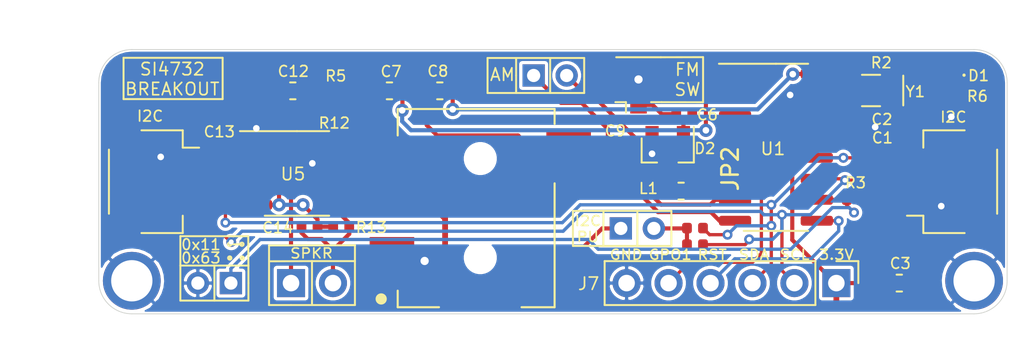
<source format=kicad_pcb>
(kicad_pcb (version 20171130) (host pcbnew "(5.1.6-0-10_14)")

  (general
    (thickness 1.6)
    (drawings 63)
    (tracks 284)
    (zones 0)
    (modules 35)
    (nets 29)
  )

  (page USLetter)
  (layers
    (0 F.Cu signal)
    (31 B.Cu signal)
    (32 B.Adhes user)
    (33 F.Adhes user)
    (34 B.Paste user)
    (35 F.Paste user)
    (36 B.SilkS user)
    (37 F.SilkS user)
    (38 B.Mask user)
    (39 F.Mask user)
    (40 Dwgs.User user)
    (41 Cmts.User user)
    (42 Eco1.User user)
    (43 Eco2.User user)
    (44 Edge.Cuts user)
    (45 Margin user)
    (46 B.CrtYd user)
    (47 F.CrtYd user)
    (48 B.Fab user)
    (49 F.Fab user)
  )

  (setup
    (last_trace_width 0.25)
    (trace_clearance 0.2)
    (zone_clearance 0.1)
    (zone_45_only no)
    (trace_min 0.2)
    (via_size 0.8)
    (via_drill 0.4)
    (via_min_size 0.4)
    (via_min_drill 0.3)
    (uvia_size 0.3)
    (uvia_drill 0.1)
    (uvias_allowed no)
    (uvia_min_size 0.2)
    (uvia_min_drill 0.1)
    (edge_width 0.05)
    (segment_width 0.2)
    (pcb_text_width 0.3)
    (pcb_text_size 1.5 1.5)
    (mod_edge_width 0.12)
    (mod_text_size 1 1)
    (mod_text_width 0.15)
    (pad_size 1.2 1.8)
    (pad_drill 0)
    (pad_to_mask_clearance 0.05)
    (aux_axis_origin 0 0)
    (visible_elements FFFFFF7F)
    (pcbplotparams
      (layerselection 0x010fc_ffffffff)
      (usegerberextensions false)
      (usegerberattributes true)
      (usegerberadvancedattributes true)
      (creategerberjobfile true)
      (excludeedgelayer true)
      (linewidth 0.100000)
      (plotframeref false)
      (viasonmask false)
      (mode 1)
      (useauxorigin false)
      (hpglpennumber 1)
      (hpglpenspeed 20)
      (hpglpendiameter 15.000000)
      (psnegative false)
      (psa4output false)
      (plotreference true)
      (plotvalue true)
      (plotinvisibletext false)
      (padsonsilk false)
      (subtractmaskfromsilk false)
      (outputformat 1)
      (mirror false)
      (drillshape 0)
      (scaleselection 1)
      (outputdirectory "Gerbers/"))
  )

  (net 0 "")
  (net 1 GND)
  (net 2 +3V3)
  (net 3 "Net-(C6-Pad2)")
  (net 4 "Net-(C2-Pad1)")
  (net 5 LEFT)
  (net 6 RGHT)
  (net 7 "Net-(C6-Pad1)")
  (net 8 "Net-(C9-Pad1)")
  (net 9 "Net-(C9-Pad2)")
  (net 10 "Net-(C1-Pad1)")
  (net 11 "Net-(C12-Pad1)")
  (net 12 "Net-(C12-Pad2)")
  (net 13 "Net-(C13-Pad1)")
  (net 14 "Net-(C14-Pad2)")
  (net 15 SDA)
  (net 16 SCL)
  (net 17 "Net-(C7-Pad2)")
  (net 18 "Net-(C8-Pad2)")
  (net 19 RESET)
  (net 20 "Net-(R2-Pad1)")
  (net 21 "Net-(U1-Pad3)")
  (net 22 "Net-(U1-Pad5)")
  (net 23 "Net-(J6-Pad1)")
  (net 24 "Net-(J4-Pad2)")
  (net 25 GPO1)
  (net 26 "Net-(JP2-Pad2)")
  (net 27 "Net-(D1-Pad1)")
  (net 28 SENB)

  (net_class Default "This is the default net class."
    (clearance 0.2)
    (trace_width 0.25)
    (via_dia 0.8)
    (via_drill 0.4)
    (uvia_dia 0.3)
    (uvia_drill 0.1)
    (add_net +3V3)
    (add_net GND)
    (add_net LEFT)
    (add_net "Net-(C1-Pad1)")
    (add_net "Net-(C12-Pad1)")
    (add_net "Net-(C12-Pad2)")
    (add_net "Net-(C13-Pad1)")
    (add_net "Net-(C14-Pad2)")
    (add_net "Net-(C2-Pad1)")
    (add_net "Net-(C6-Pad1)")
    (add_net "Net-(C6-Pad2)")
    (add_net "Net-(C7-Pad2)")
    (add_net "Net-(C8-Pad2)")
    (add_net "Net-(C9-Pad1)")
    (add_net "Net-(C9-Pad2)")
    (add_net "Net-(D1-Pad1)")
    (add_net "Net-(J4-Pad2)")
    (add_net "Net-(J6-Pad1)")
    (add_net "Net-(JP2-Pad2)")
    (add_net "Net-(R2-Pad1)")
    (add_net "Net-(U1-Pad3)")
    (add_net "Net-(U1-Pad5)")
    (add_net RGHT)
    (add_net SENB)
  )

  (net_class "Digital Signal" ""
    (clearance 0.2)
    (trace_width 0.2)
    (via_dia 0.6)
    (via_drill 0.3)
    (uvia_dia 0.3)
    (uvia_drill 0.1)
    (add_net GPO1)
    (add_net RESET)
    (add_net SCL)
    (add_net SDA)
  )

  (module Package_SO:SOIC-8_3.9x4.9mm_P1.27mm (layer F.Cu) (tedit 5D9F72B1) (tstamp 5F7E9949)
    (at 41 97.5)
    (descr "SOIC, 8 Pin (JEDEC MS-012AA, https://www.analog.com/media/en/package-pcb-resources/package/pkg_pdf/soic_narrow-r/r_8.pdf), generated with kicad-footprint-generator ipc_gullwing_generator.py")
    (tags "SOIC SO")
    (path /5F702CB2)
    (attr smd)
    (fp_text reference U5 (at -0.24 0.04) (layer F.SilkS)
      (effects (font (size 0.751 0.75) (thickness 0.1)))
    )
    (fp_text value TPA301 (at 0 3.4) (layer F.Fab) hide
      (effects (font (size 1 1) (thickness 0.15)))
    )
    (fp_line (start 3.7 -2.7) (end -3.7 -2.7) (layer F.CrtYd) (width 0.05))
    (fp_line (start 3.7 2.7) (end 3.7 -2.7) (layer F.CrtYd) (width 0.05))
    (fp_line (start -3.7 2.7) (end 3.7 2.7) (layer F.CrtYd) (width 0.05))
    (fp_line (start -3.7 -2.7) (end -3.7 2.7) (layer F.CrtYd) (width 0.05))
    (fp_line (start -1.95 -1.475) (end -0.975 -2.45) (layer F.Fab) (width 0.1))
    (fp_line (start -1.95 2.45) (end -1.95 -1.475) (layer F.Fab) (width 0.1))
    (fp_line (start 1.95 2.45) (end -1.95 2.45) (layer F.Fab) (width 0.1))
    (fp_line (start 1.95 -2.45) (end 1.95 2.45) (layer F.Fab) (width 0.1))
    (fp_line (start -0.975 -2.45) (end 1.95 -2.45) (layer F.Fab) (width 0.1))
    (fp_line (start 0 -2.56) (end -3.45 -2.56) (layer F.SilkS) (width 0.12))
    (fp_line (start 0 -2.56) (end 1.95 -2.56) (layer F.SilkS) (width 0.12))
    (fp_line (start 0 2.56) (end -1.95 2.56) (layer F.SilkS) (width 0.12))
    (fp_line (start 0 2.56) (end 1.95 2.56) (layer F.SilkS) (width 0.12))
    (fp_text user %R (at 0 0) (layer F.Fab) hide
      (effects (font (size 0.98 0.98) (thickness 0.15)))
    )
    (pad 1 smd roundrect (at -2.475 -1.905) (size 1.95 0.6) (layers F.Cu F.Paste F.Mask) (roundrect_rratio 0.25)
      (net 1 GND))
    (pad 2 smd roundrect (at -2.475 -0.635) (size 1.95 0.6) (layers F.Cu F.Paste F.Mask) (roundrect_rratio 0.25)
      (net 13 "Net-(C13-Pad1)"))
    (pad 3 smd roundrect (at -2.475 0.635) (size 1.95 0.6) (layers F.Cu F.Paste F.Mask) (roundrect_rratio 0.25)
      (net 13 "Net-(C13-Pad1)"))
    (pad 4 smd roundrect (at -2.475 1.905) (size 1.95 0.6) (layers F.Cu F.Paste F.Mask) (roundrect_rratio 0.25)
      (net 11 "Net-(C12-Pad1)"))
    (pad 5 smd roundrect (at 2.475 1.905) (size 1.95 0.6) (layers F.Cu F.Paste F.Mask) (roundrect_rratio 0.25)
      (net 14 "Net-(C14-Pad2)"))
    (pad 6 smd roundrect (at 2.475 0.635) (size 1.95 0.6) (layers F.Cu F.Paste F.Mask) (roundrect_rratio 0.25)
      (net 2 +3V3))
    (pad 7 smd roundrect (at 2.475 -0.635) (size 1.95 0.6) (layers F.Cu F.Paste F.Mask) (roundrect_rratio 0.25)
      (net 1 GND))
    (pad 8 smd roundrect (at 2.475 -1.905) (size 1.95 0.6) (layers F.Cu F.Paste F.Mask) (roundrect_rratio 0.25)
      (net 23 "Net-(J6-Pad1)"))
    (model ${KISYS3DMOD}/Package_SO.3dshapes/SOIC-8_3.9x4.9mm_P1.27mm.wrl
      (at (xyz 0 0 0))
      (scale (xyz 1 1 1))
      (rotate (xyz 0 0 0))
    )
  )

  (module MountingHole:MountingHole_2.5mm_Pad (layer F.Cu) (tedit 5F7F7E81) (tstamp 5F8050F6)
    (at 82 104)
    (descr "Mounting Hole 2.5mm")
    (tags "mounting hole 2.5mm")
    (attr virtual)
    (fp_text reference REF** (at 0 -3.5) (layer F.SilkS) hide
      (effects (font (size 1 1) (thickness 0.15)))
    )
    (fp_text value MountingHole_2.5mm_Pad (at 0 3.5) (layer F.Fab) hide
      (effects (font (size 1 1) (thickness 0.15)))
    )
    (fp_circle (center 0 0) (end 1.9 0) (layer Cmts.User) (width 0.15))
    (fp_circle (center 0 0) (end 2 0) (layer F.CrtYd) (width 0.05))
    (fp_text user %R (at 0.3 0) (layer F.Fab) hide
      (effects (font (size 1 1) (thickness 0.15)))
    )
    (pad 1 thru_hole circle (at 0 0) (size 3.5 3.5) (drill 2.5) (layers *.Cu *.Mask)
      (net 1 GND))
  )

  (module MountingHole:MountingHole_2.5mm_Pad (layer F.Cu) (tedit 5F7F7E81) (tstamp 5F80375C)
    (at 31 104)
    (descr "Mounting Hole 2.5mm")
    (tags "mounting hole 2.5mm")
    (attr virtual)
    (fp_text reference REF** (at 0 -3.5) (layer F.SilkS) hide
      (effects (font (size 1 1) (thickness 0.15)))
    )
    (fp_text value MountingHole_2.5mm_Pad (at 0 3.5) (layer F.Fab) hide
      (effects (font (size 1 1) (thickness 0.15)))
    )
    (fp_circle (center 0 0) (end 2 0) (layer F.CrtYd) (width 0.05))
    (fp_circle (center 0 0) (end 1.9 0) (layer Cmts.User) (width 0.15))
    (fp_text user %R (at 0.3 0) (layer F.Fab) hide
      (effects (font (size 1 1) (thickness 0.15)))
    )
    (pad 1 thru_hole circle (at 0 0) (size 3.5 3.5) (drill 2.5) (layers *.Cu *.Mask)
      (net 1 GND))
  )

  (module Capacitor_SMD:C_0402_1005Metric (layer F.Cu) (tedit 5B301BBE) (tstamp 5F7E9783)
    (at 74.82 95.28)
    (descr "Capacitor SMD 0402 (1005 Metric), square (rectangular) end terminal, IPC_7351 nominal, (Body size source: http://www.tortai-tech.com/upload/download/2011102023233369053.pdf), generated with kicad-footprint-generator")
    (tags capacitor)
    (path /5F9C7AA0)
    (attr smd)
    (fp_text reference C1 (at 1.63 0.07) (layer F.SilkS)
      (effects (font (size 0.65 0.65) (thickness 0.1)))
    )
    (fp_text value 22pF (at 0 1.17) (layer F.Fab) hide
      (effects (font (size 1 1) (thickness 0.15)))
    )
    (fp_line (start 0.93 0.47) (end -0.93 0.47) (layer F.CrtYd) (width 0.05))
    (fp_line (start 0.93 -0.47) (end 0.93 0.47) (layer F.CrtYd) (width 0.05))
    (fp_line (start -0.93 -0.47) (end 0.93 -0.47) (layer F.CrtYd) (width 0.05))
    (fp_line (start -0.93 0.47) (end -0.93 -0.47) (layer F.CrtYd) (width 0.05))
    (fp_line (start 0.5 0.25) (end -0.5 0.25) (layer F.Fab) (width 0.1))
    (fp_line (start 0.5 -0.25) (end 0.5 0.25) (layer F.Fab) (width 0.1))
    (fp_line (start -0.5 -0.25) (end 0.5 -0.25) (layer F.Fab) (width 0.1))
    (fp_line (start -0.5 0.25) (end -0.5 -0.25) (layer F.Fab) (width 0.1))
    (fp_text user %R (at 0 0) (layer F.Fab)
      (effects (font (size 0.25 0.25) (thickness 0.04)))
    )
    (pad 1 smd roundrect (at -0.485 0) (size 0.59 0.64) (layers F.Cu F.Paste F.Mask) (roundrect_rratio 0.25)
      (net 10 "Net-(C1-Pad1)"))
    (pad 2 smd roundrect (at 0.485 0) (size 0.59 0.64) (layers F.Cu F.Paste F.Mask) (roundrect_rratio 0.25)
      (net 1 GND))
    (model ${KISYS3DMOD}/Capacitor_SMD.3dshapes/C_0402_1005Metric.wrl
      (at (xyz 0 0 0))
      (scale (xyz 1 1 1))
      (rotate (xyz 0 0 0))
    )
  )

  (module Capacitor_SMD:C_0402_1005Metric (layer F.Cu) (tedit 5B301BBE) (tstamp 5F7E9792)
    (at 74.83 94.2)
    (descr "Capacitor SMD 0402 (1005 Metric), square (rectangular) end terminal, IPC_7351 nominal, (Body size source: http://www.tortai-tech.com/upload/download/2011102023233369053.pdf), generated with kicad-footprint-generator")
    (tags capacitor)
    (path /5F9C7A94)
    (attr smd)
    (fp_text reference C2 (at 1.59 0.03) (layer F.SilkS)
      (effects (font (size 0.65 0.65) (thickness 0.1)))
    )
    (fp_text value 22pF (at 0 1.17) (layer F.Fab) hide
      (effects (font (size 1 1) (thickness 0.15)))
    )
    (fp_line (start -0.5 0.25) (end -0.5 -0.25) (layer F.Fab) (width 0.1))
    (fp_line (start -0.5 -0.25) (end 0.5 -0.25) (layer F.Fab) (width 0.1))
    (fp_line (start 0.5 -0.25) (end 0.5 0.25) (layer F.Fab) (width 0.1))
    (fp_line (start 0.5 0.25) (end -0.5 0.25) (layer F.Fab) (width 0.1))
    (fp_line (start -0.93 0.47) (end -0.93 -0.47) (layer F.CrtYd) (width 0.05))
    (fp_line (start -0.93 -0.47) (end 0.93 -0.47) (layer F.CrtYd) (width 0.05))
    (fp_line (start 0.93 -0.47) (end 0.93 0.47) (layer F.CrtYd) (width 0.05))
    (fp_line (start 0.93 0.47) (end -0.93 0.47) (layer F.CrtYd) (width 0.05))
    (fp_text user %R (at 0 0) (layer F.Fab)
      (effects (font (size 0.25 0.25) (thickness 0.04)))
    )
    (pad 2 smd roundrect (at 0.485 0) (size 0.59 0.64) (layers F.Cu F.Paste F.Mask) (roundrect_rratio 0.25)
      (net 1 GND))
    (pad 1 smd roundrect (at -0.485 0) (size 0.59 0.64) (layers F.Cu F.Paste F.Mask) (roundrect_rratio 0.25)
      (net 4 "Net-(C2-Pad1)"))
    (model ${KISYS3DMOD}/Capacitor_SMD.3dshapes/C_0402_1005Metric.wrl
      (at (xyz 0 0 0))
      (scale (xyz 1 1 1))
      (rotate (xyz 0 0 0))
    )
  )

  (module Capacitor_SMD:C_0402_1005Metric (layer F.Cu) (tedit 5B301BBE) (tstamp 5F7E97A1)
    (at 64.45 93.91)
    (descr "Capacitor SMD 0402 (1005 Metric), square (rectangular) end terminal, IPC_7351 nominal, (Body size source: http://www.tortai-tech.com/upload/download/2011102023233369053.pdf), generated with kicad-footprint-generator")
    (tags capacitor)
    (path /5F520447)
    (attr smd)
    (fp_text reference C6 (at 1.4 0.04) (layer F.SilkS)
      (effects (font (size 0.65 0.65) (thickness 0.1)))
    )
    (fp_text value 18pF (at 0 1.17) (layer F.Fab) hide
      (effects (font (size 1 1) (thickness 0.15)))
    )
    (fp_line (start 0.93 0.47) (end -0.93 0.47) (layer F.CrtYd) (width 0.05))
    (fp_line (start 0.93 -0.47) (end 0.93 0.47) (layer F.CrtYd) (width 0.05))
    (fp_line (start -0.93 -0.47) (end 0.93 -0.47) (layer F.CrtYd) (width 0.05))
    (fp_line (start -0.93 0.47) (end -0.93 -0.47) (layer F.CrtYd) (width 0.05))
    (fp_line (start 0.5 0.25) (end -0.5 0.25) (layer F.Fab) (width 0.1))
    (fp_line (start 0.5 -0.25) (end 0.5 0.25) (layer F.Fab) (width 0.1))
    (fp_line (start -0.5 -0.25) (end 0.5 -0.25) (layer F.Fab) (width 0.1))
    (fp_line (start -0.5 0.25) (end -0.5 -0.25) (layer F.Fab) (width 0.1))
    (fp_text user %R (at 0 0) (layer F.Fab)
      (effects (font (size 0.25 0.25) (thickness 0.04)))
    )
    (pad 1 smd roundrect (at -0.485 0) (size 0.59 0.64) (layers F.Cu F.Paste F.Mask) (roundrect_rratio 0.25)
      (net 7 "Net-(C6-Pad1)"))
    (pad 2 smd roundrect (at 0.485 0) (size 0.59 0.64) (layers F.Cu F.Paste F.Mask) (roundrect_rratio 0.25)
      (net 3 "Net-(C6-Pad2)"))
    (model ${KISYS3DMOD}/Capacitor_SMD.3dshapes/C_0402_1005Metric.wrl
      (at (xyz 0 0 0))
      (scale (xyz 1 1 1))
      (rotate (xyz 0 0 0))
    )
  )

  (module Capacitor_SMD:C_0603_1608Metric (layer F.Cu) (tedit 5B301BBE) (tstamp 5F7E97B2)
    (at 46.6 92.5)
    (descr "Capacitor SMD 0603 (1608 Metric), square (rectangular) end terminal, IPC_7351 nominal, (Body size source: http://www.tortai-tech.com/upload/download/2011102023233369053.pdf), generated with kicad-footprint-generator")
    (tags capacitor)
    (path /5F530AF0)
    (attr smd)
    (fp_text reference C7 (at 0.1 -1.17) (layer F.SilkS)
      (effects (font (size 0.65 0.65) (thickness 0.1)))
    )
    (fp_text value 4.7µF (at 0 1.43) (layer F.Fab) hide
      (effects (font (size 1 1) (thickness 0.15)))
    )
    (fp_line (start 1.48 0.73) (end -1.48 0.73) (layer F.CrtYd) (width 0.05))
    (fp_line (start 1.48 -0.73) (end 1.48 0.73) (layer F.CrtYd) (width 0.05))
    (fp_line (start -1.48 -0.73) (end 1.48 -0.73) (layer F.CrtYd) (width 0.05))
    (fp_line (start -1.48 0.73) (end -1.48 -0.73) (layer F.CrtYd) (width 0.05))
    (fp_line (start -0.162779 0.51) (end 0.162779 0.51) (layer F.SilkS) (width 0.12))
    (fp_line (start -0.162779 -0.51) (end 0.162779 -0.51) (layer F.SilkS) (width 0.12))
    (fp_line (start 0.8 0.4) (end -0.8 0.4) (layer F.Fab) (width 0.1))
    (fp_line (start 0.8 -0.4) (end 0.8 0.4) (layer F.Fab) (width 0.1))
    (fp_line (start -0.8 -0.4) (end 0.8 -0.4) (layer F.Fab) (width 0.1))
    (fp_line (start -0.8 0.4) (end -0.8 -0.4) (layer F.Fab) (width 0.1))
    (fp_text user %R (at 0 0) (layer F.Fab)
      (effects (font (size 0.4 0.4) (thickness 0.06)))
    )
    (pad 1 smd roundrect (at -0.7875 0) (size 0.875 0.95) (layers F.Cu F.Paste F.Mask) (roundrect_rratio 0.25)
      (net 5 LEFT))
    (pad 2 smd roundrect (at 0.7875 0) (size 0.875 0.95) (layers F.Cu F.Paste F.Mask) (roundrect_rratio 0.25)
      (net 17 "Net-(C7-Pad2)"))
    (model ${KISYS3DMOD}/Capacitor_SMD.3dshapes/C_0603_1608Metric.wrl
      (at (xyz 0 0 0))
      (scale (xyz 1 1 1))
      (rotate (xyz 0 0 0))
    )
  )

  (module Capacitor_SMD:C_0402_1005Metric (layer F.Cu) (tedit 5B301BBE) (tstamp 5F7E97D2)
    (at 60.31 95.86)
    (descr "Capacitor SMD 0402 (1005 Metric), square (rectangular) end terminal, IPC_7351 nominal, (Body size source: http://www.tortai-tech.com/upload/download/2011102023233369053.pdf), generated with kicad-footprint-generator")
    (tags capacitor)
    (path /5F8798E0)
    (attr smd)
    (fp_text reference C9 (at -0.03 -0.935) (layer F.SilkS)
      (effects (font (size 0.65 0.65) (thickness 0.1)))
    )
    (fp_text value 470nF (at 0 1.17) (layer F.Fab) hide
      (effects (font (size 1 1) (thickness 0.15)))
    )
    (fp_line (start -0.5 0.25) (end -0.5 -0.25) (layer F.Fab) (width 0.1))
    (fp_line (start -0.5 -0.25) (end 0.5 -0.25) (layer F.Fab) (width 0.1))
    (fp_line (start 0.5 -0.25) (end 0.5 0.25) (layer F.Fab) (width 0.1))
    (fp_line (start 0.5 0.25) (end -0.5 0.25) (layer F.Fab) (width 0.1))
    (fp_line (start -0.93 0.47) (end -0.93 -0.47) (layer F.CrtYd) (width 0.05))
    (fp_line (start -0.93 -0.47) (end 0.93 -0.47) (layer F.CrtYd) (width 0.05))
    (fp_line (start 0.93 -0.47) (end 0.93 0.47) (layer F.CrtYd) (width 0.05))
    (fp_line (start 0.93 0.47) (end -0.93 0.47) (layer F.CrtYd) (width 0.05))
    (fp_text user %R (at 0 0) (layer F.Fab)
      (effects (font (size 0.25 0.25) (thickness 0.04)))
    )
    (pad 2 smd roundrect (at 0.485 0) (size 0.59 0.64) (layers F.Cu F.Paste F.Mask) (roundrect_rratio 0.25)
      (net 9 "Net-(C9-Pad2)"))
    (pad 1 smd roundrect (at -0.485 0) (size 0.59 0.64) (layers F.Cu F.Paste F.Mask) (roundrect_rratio 0.25)
      (net 8 "Net-(C9-Pad1)"))
    (model ${KISYS3DMOD}/Capacitor_SMD.3dshapes/C_0402_1005Metric.wrl
      (at (xyz 0 0 0))
      (scale (xyz 1 1 1))
      (rotate (xyz 0 0 0))
    )
  )

  (module Capacitor_SMD:C_0603_1608Metric (layer F.Cu) (tedit 5B301BBE) (tstamp 5F7E97F2)
    (at 40.75 92.5)
    (descr "Capacitor SMD 0603 (1608 Metric), square (rectangular) end terminal, IPC_7351 nominal, (Body size source: http://www.tortai-tech.com/upload/download/2011102023233369053.pdf), generated with kicad-footprint-generator")
    (tags capacitor)
    (path /5FAA70AA)
    (attr smd)
    (fp_text reference C12 (at 0.03 -1.18) (layer F.SilkS)
      (effects (font (size 0.65 0.65) (thickness 0.1)))
    )
    (fp_text value 10µF (at 0 1.43) (layer F.Fab) hide
      (effects (font (size 1 1) (thickness 0.15)))
    )
    (fp_line (start 1.48 0.73) (end -1.48 0.73) (layer F.CrtYd) (width 0.05))
    (fp_line (start 1.48 -0.73) (end 1.48 0.73) (layer F.CrtYd) (width 0.05))
    (fp_line (start -1.48 -0.73) (end 1.48 -0.73) (layer F.CrtYd) (width 0.05))
    (fp_line (start -1.48 0.73) (end -1.48 -0.73) (layer F.CrtYd) (width 0.05))
    (fp_line (start -0.162779 0.51) (end 0.162779 0.51) (layer F.SilkS) (width 0.12))
    (fp_line (start -0.162779 -0.51) (end 0.162779 -0.51) (layer F.SilkS) (width 0.12))
    (fp_line (start 0.8 0.4) (end -0.8 0.4) (layer F.Fab) (width 0.1))
    (fp_line (start 0.8 -0.4) (end 0.8 0.4) (layer F.Fab) (width 0.1))
    (fp_line (start -0.8 -0.4) (end 0.8 -0.4) (layer F.Fab) (width 0.1))
    (fp_line (start -0.8 0.4) (end -0.8 -0.4) (layer F.Fab) (width 0.1))
    (fp_text user %R (at 0.02 0) (layer F.Fab)
      (effects (font (size 0.4 0.4) (thickness 0.06)))
    )
    (pad 1 smd roundrect (at -0.7875 0) (size 0.875 0.95) (layers F.Cu F.Paste F.Mask) (roundrect_rratio 0.25)
      (net 11 "Net-(C12-Pad1)"))
    (pad 2 smd roundrect (at 0.7875 0) (size 0.875 0.95) (layers F.Cu F.Paste F.Mask) (roundrect_rratio 0.25)
      (net 12 "Net-(C12-Pad2)"))
    (model ${KISYS3DMOD}/Capacitor_SMD.3dshapes/C_0603_1608Metric.wrl
      (at (xyz 0 0 0))
      (scale (xyz 1 1 1))
      (rotate (xyz 0 0 0))
    )
  )

  (module Capacitor_SMD:C_0402_1005Metric (layer F.Cu) (tedit 5B301BBE) (tstamp 5F7E9801)
    (at 36.74 96.37 90)
    (descr "Capacitor SMD 0402 (1005 Metric), square (rectangular) end terminal, IPC_7351 nominal, (Body size source: http://www.tortai-tech.com/upload/download/2011102023233369053.pdf), generated with kicad-footprint-generator")
    (tags capacitor)
    (path /5F9B9739)
    (attr smd)
    (fp_text reference C13 (at 1.39 -0.44 180) (layer F.SilkS)
      (effects (font (size 0.65 0.65) (thickness 0.1)))
    )
    (fp_text value 2.2µF (at 0 1.17 90) (layer F.Fab) hide
      (effects (font (size 1 1) (thickness 0.15)))
    )
    (fp_line (start -0.5 0.25) (end -0.5 -0.25) (layer F.Fab) (width 0.1))
    (fp_line (start -0.5 -0.25) (end 0.5 -0.25) (layer F.Fab) (width 0.1))
    (fp_line (start 0.5 -0.25) (end 0.5 0.25) (layer F.Fab) (width 0.1))
    (fp_line (start 0.5 0.25) (end -0.5 0.25) (layer F.Fab) (width 0.1))
    (fp_line (start -0.93 0.47) (end -0.93 -0.47) (layer F.CrtYd) (width 0.05))
    (fp_line (start -0.93 -0.47) (end 0.93 -0.47) (layer F.CrtYd) (width 0.05))
    (fp_line (start 0.93 -0.47) (end 0.93 0.47) (layer F.CrtYd) (width 0.05))
    (fp_line (start 0.93 0.47) (end -0.93 0.47) (layer F.CrtYd) (width 0.05))
    (fp_text user %R (at 0 0 90) (layer F.Fab)
      (effects (font (size 0.25 0.25) (thickness 0.04)))
    )
    (pad 2 smd roundrect (at 0.485 0 90) (size 0.59 0.64) (layers F.Cu F.Paste F.Mask) (roundrect_rratio 0.25)
      (net 1 GND))
    (pad 1 smd roundrect (at -0.485 0 90) (size 0.59 0.64) (layers F.Cu F.Paste F.Mask) (roundrect_rratio 0.25)
      (net 13 "Net-(C13-Pad1)"))
    (model ${KISYS3DMOD}/Capacitor_SMD.3dshapes/C_0402_1005Metric.wrl
      (at (xyz 0 0 0))
      (scale (xyz 1 1 1))
      (rotate (xyz 0 0 0))
    )
  )

  (module Capacitor_SMD:C_0402_1005Metric (layer F.Cu) (tedit 5B301BBE) (tstamp 5F7E9810)
    (at 41.76 100.73 180)
    (descr "Capacitor SMD 0402 (1005 Metric), square (rectangular) end terminal, IPC_7351 nominal, (Body size source: http://www.tortai-tech.com/upload/download/2011102023233369053.pdf), generated with kicad-footprint-generator")
    (tags capacitor)
    (path /5F7F2248)
    (attr smd)
    (fp_text reference C14 (at 1.92 -0.06) (layer F.SilkS)
      (effects (font (size 0.65 0.65) (thickness 0.1)))
    )
    (fp_text value 22pF (at 0 1.17) (layer F.Fab) hide
      (effects (font (size 1 1) (thickness 0.15)))
    )
    (fp_line (start 0.93 0.47) (end -0.93 0.47) (layer F.CrtYd) (width 0.05))
    (fp_line (start 0.93 -0.47) (end 0.93 0.47) (layer F.CrtYd) (width 0.05))
    (fp_line (start -0.93 -0.47) (end 0.93 -0.47) (layer F.CrtYd) (width 0.05))
    (fp_line (start -0.93 0.47) (end -0.93 -0.47) (layer F.CrtYd) (width 0.05))
    (fp_line (start 0.5 0.25) (end -0.5 0.25) (layer F.Fab) (width 0.1))
    (fp_line (start 0.5 -0.25) (end 0.5 0.25) (layer F.Fab) (width 0.1))
    (fp_line (start -0.5 -0.25) (end 0.5 -0.25) (layer F.Fab) (width 0.1))
    (fp_line (start -0.5 0.25) (end -0.5 -0.25) (layer F.Fab) (width 0.1))
    (fp_text user %R (at 0 0) (layer F.Fab)
      (effects (font (size 0.25 0.25) (thickness 0.04)))
    )
    (pad 1 smd roundrect (at -0.485 0 180) (size 0.59 0.64) (layers F.Cu F.Paste F.Mask) (roundrect_rratio 0.25)
      (net 11 "Net-(C12-Pad1)"))
    (pad 2 smd roundrect (at 0.485 0 180) (size 0.59 0.64) (layers F.Cu F.Paste F.Mask) (roundrect_rratio 0.25)
      (net 14 "Net-(C14-Pad2)"))
    (model ${KISYS3DMOD}/Capacitor_SMD.3dshapes/C_0402_1005Metric.wrl
      (at (xyz 0 0 0))
      (scale (xyz 1 1 1))
      (rotate (xyz 0 0 0))
    )
  )

  (module Package_TO_SOT_SMD:SOT-23 (layer F.Cu) (tedit 5A02FF57) (tstamp 5F7E9838)
    (at 63.45 96.08 270)
    (descr "SOT-23, Standard")
    (tags SOT-23)
    (path /5F74FC55)
    (attr smd)
    (fp_text reference D2 (at -0.09 -2.25 180) (layer F.SilkS)
      (effects (font (size 0.65 0.65) (thickness 0.1)))
    )
    (fp_text value CM1213A-01SO (at 0 2.5 90) (layer F.Fab) hide
      (effects (font (size 1 1) (thickness 0.15)))
    )
    (fp_line (start 0.76 1.58) (end -0.7 1.58) (layer F.SilkS) (width 0.12))
    (fp_line (start 0.76 -1.58) (end -1.4 -1.58) (layer F.SilkS) (width 0.12))
    (fp_line (start -1.7 1.75) (end -1.7 -1.75) (layer F.CrtYd) (width 0.05))
    (fp_line (start 1.7 1.75) (end -1.7 1.75) (layer F.CrtYd) (width 0.05))
    (fp_line (start 1.7 -1.75) (end 1.7 1.75) (layer F.CrtYd) (width 0.05))
    (fp_line (start -1.7 -1.75) (end 1.7 -1.75) (layer F.CrtYd) (width 0.05))
    (fp_line (start 0.76 -1.58) (end 0.76 -0.65) (layer F.SilkS) (width 0.12))
    (fp_line (start 0.76 1.58) (end 0.76 0.65) (layer F.SilkS) (width 0.12))
    (fp_line (start -0.7 1.52) (end 0.7 1.52) (layer F.Fab) (width 0.1))
    (fp_line (start 0.7 -1.52) (end 0.7 1.52) (layer F.Fab) (width 0.1))
    (fp_line (start -0.7 -0.95) (end -0.15 -1.52) (layer F.Fab) (width 0.1))
    (fp_line (start -0.15 -1.52) (end 0.7 -1.52) (layer F.Fab) (width 0.1))
    (fp_line (start -0.7 -0.95) (end -0.7 1.5) (layer F.Fab) (width 0.1))
    (fp_text user %R (at 0 0) (layer F.Fab)
      (effects (font (size 0.5 0.5) (thickness 0.075)))
    )
    (pad 1 smd rect (at -1 -0.95 270) (size 0.9 0.8) (layers F.Cu F.Paste F.Mask)
      (net 3 "Net-(C6-Pad2)"))
    (pad 2 smd rect (at -1 0.95 270) (size 0.9 0.8) (layers F.Cu F.Paste F.Mask)
      (net 1 GND))
    (pad 3 smd rect (at 1 0 270) (size 0.9 0.8) (layers F.Cu F.Paste F.Mask)
      (net 1 GND))
    (model ${KISYS3DMOD}/Package_TO_SOT_SMD.3dshapes/SOT-23.wrl
      (at (xyz 0 0 0))
      (scale (xyz 1 1 1))
      (rotate (xyz 0 0 0))
    )
  )

  (module CUI_SJ1-3513-SMT (layer F.Cu) (tedit 5F4BEF5F) (tstamp 5F7E9859)
    (at 52.1 101.1 90)
    (path /5F55182F)
    (fp_text reference J3 (at -1.327085 -8.648645 90) (layer F.SilkS) hide
      (effects (font (size 1.001583 1.001583) (thickness 0.015)))
    )
    (fp_text value SJ1-3513-SMT (at 5.66935 8.6493 90) (layer F.Fab) hide
      (effects (font (size 1.001654 1.001654) (thickness 0.015)))
    )
    (fp_circle (center -4 -6) (end -3.83 -6) (layer F.SilkS) (width 0.34))
    (fp_line (start 7.8 7) (end 7.8 -7) (layer F.CrtYd) (width 0.05))
    (fp_line (start -4.8 7) (end 7.8 7) (layer F.CrtYd) (width 0.05))
    (fp_line (start -4.8 2.8) (end -4.8 7) (layer F.CrtYd) (width 0.05))
    (fp_line (start -7.8 2.8) (end -4.8 2.8) (layer F.CrtYd) (width 0.05))
    (fp_line (start -7.8 -2.8) (end -7.8 2.8) (layer F.CrtYd) (width 0.05))
    (fp_line (start -4.8 -2.8) (end -7.8 -2.8) (layer F.CrtYd) (width 0.05))
    (fp_line (start -4.8 -7) (end -4.8 -2.8) (layer F.CrtYd) (width 0.05))
    (fp_line (start 7.8 -7) (end -4.8 -7) (layer F.CrtYd) (width 0.05))
    (fp_line (start 7.5 4.5) (end 6.6 4.5) (layer F.SilkS) (width 0.127))
    (fp_line (start 7.5 -5) (end 7.5 4.5) (layer F.SilkS) (width 0.127))
    (fp_line (start 5.9 -5) (end 7.5 -5) (layer F.SilkS) (width 0.127))
    (fp_line (start -4.5 4.5) (end -4.5 2.5) (layer F.SilkS) (width 0.127))
    (fp_line (start 3 4.5) (end -4.5 4.5) (layer F.SilkS) (width 0.127))
    (fp_line (start -4.5 -5) (end -4.5 -2.5) (layer F.SilkS) (width 0.127))
    (fp_line (start -3.5 -5) (end -4.5 -5) (layer F.SilkS) (width 0.127))
    (fp_line (start -4.5 -5) (end -4.5 -2.5) (layer F.Fab) (width 0.127))
    (fp_line (start 7.5 -5) (end -4.5 -5) (layer F.Fab) (width 0.127))
    (fp_line (start 7.5 4.5) (end 7.5 -5) (layer F.Fab) (width 0.127))
    (fp_line (start -4.5 4.5) (end 7.5 4.5) (layer F.Fab) (width 0.127))
    (fp_line (start -4.5 2.5) (end -4.5 4.5) (layer F.Fab) (width 0.127))
    (fp_line (start -7.5 2.5) (end -4.5 2.5) (layer F.Fab) (width 0.127))
    (fp_line (start -7.5 -2.5) (end -7.5 2.5) (layer F.Fab) (width 0.127))
    (fp_line (start -4.5 -2.5) (end -7.5 -2.5) (layer F.Fab) (width 0.127))
    (pad None np_thru_hole circle (at -1.5 0 90) (size 1.6 1.6) (drill 1.6) (layers *.Cu *.Mask))
    (pad None np_thru_hole circle (at 4.5 0 90) (size 1.6 1.6) (drill 1.6) (layers *.Cu *.Mask))
    (pad 1 smd rect (at -1.7 -5.35 90) (size 2.9 2.7) (layers F.Cu F.Paste F.Mask)
      (net 1 GND))
    (pad 2 smd rect (at 4.8 5.35 90) (size 2.9 2.7) (layers F.Cu F.Paste F.Mask)
      (net 6 RGHT))
    (pad 3 smd rect (at 4.65 -5.35 90) (size 2.1 2.7) (layers F.Cu F.Paste F.Mask)
      (net 5 LEFT))
    (model ${KIPRJMOD}/CustomLibrary/3D_Models/CUI_DEVICES_SJ1-3513-SMT-TR.step
      (offset (xyz 76 65 23.5))
      (scale (xyz 1 1 1))
      (rotate (xyz 0 0 180))
    )
  )

  (module Connector_JST:JST_SH_SM04B-SRSS-TB_1x04-1MP_P1.00mm_Horizontal (layer F.Cu) (tedit 5F8075DF) (tstamp 5F7E9874)
    (at 80.71 98 90)
    (descr "JST SH series connector, SM04B-SRSS-TB (http://www.jst-mfg.com/product/pdf/eng/eSH.pdf), generated with kicad-footprint-generator")
    (tags "connector JST SH top entry")
    (path /5F4F6864)
    (attr smd)
    (fp_text reference J2 (at 4.49 -0.03 180) (layer F.SilkS) hide
      (effects (font (size 0.75 0.75) (thickness 0.1)))
    )
    (fp_text value Conn_01x04_Male (at 0 3.98 90) (layer F.Fab) hide
      (effects (font (size 1 1) (thickness 0.15)))
    )
    (fp_line (start -1.5 -0.967893) (end -1 -1.675) (layer F.Fab) (width 0.1))
    (fp_line (start -2 -1.675) (end -1.5 -0.967893) (layer F.Fab) (width 0.1))
    (fp_line (start 3.9 -3.28) (end -3.9 -3.28) (layer F.CrtYd) (width 0.05))
    (fp_line (start 3.9 3.28) (end 3.9 -3.28) (layer F.CrtYd) (width 0.05))
    (fp_line (start -3.9 3.28) (end 3.9 3.28) (layer F.CrtYd) (width 0.05))
    (fp_line (start -3.9 -3.28) (end -3.9 3.28) (layer F.CrtYd) (width 0.05))
    (fp_line (start 3 -1.675) (end 3 2.575) (layer F.Fab) (width 0.1))
    (fp_line (start -3 -1.675) (end -3 2.575) (layer F.Fab) (width 0.1))
    (fp_line (start -3 2.575) (end 3 2.575) (layer F.Fab) (width 0.1))
    (fp_line (start -1.94 2.685) (end 1.94 2.685) (layer F.SilkS) (width 0.12))
    (fp_line (start 3.11 -1.785) (end 2.06 -1.785) (layer F.SilkS) (width 0.12))
    (fp_line (start 3.11 0.715) (end 3.11 -1.785) (layer F.SilkS) (width 0.12))
    (fp_line (start -2.06 -1.785) (end -2.06 -2.775) (layer F.SilkS) (width 0.12))
    (fp_line (start -3.11 -1.785) (end -2.06 -1.785) (layer F.SilkS) (width 0.12))
    (fp_line (start -3.11 0.715) (end -3.11 -1.785) (layer F.SilkS) (width 0.12))
    (fp_line (start -3 -1.675) (end 3 -1.675) (layer F.Fab) (width 0.1))
    (fp_text user %R (at 0 0 90) (layer F.Fab) hide
      (effects (font (size 1 1) (thickness 0.15)))
    )
    (pad 1 smd roundrect (at -1.5 -2 90) (size 0.6 1.55) (layers F.Cu F.Paste F.Mask) (roundrect_rratio 0.25)
      (net 1 GND))
    (pad 2 smd roundrect (at -0.5 -2 90) (size 0.6 1.55) (layers F.Cu F.Paste F.Mask) (roundrect_rratio 0.25)
      (net 2 +3V3))
    (pad 3 smd roundrect (at 0.5 -2 90) (size 0.6 1.55) (layers F.Cu F.Paste F.Mask) (roundrect_rratio 0.25)
      (net 15 SDA))
    (pad 4 smd roundrect (at 1.5 -2 90) (size 0.6 1.55) (layers F.Cu F.Paste F.Mask) (roundrect_rratio 0.25)
      (net 16 SCL))
    (pad MP smd roundrect (at -2.8 1.875 90) (size 1.2 1.8) (layers F.Cu F.Paste F.Mask) (roundrect_rratio 0.208))
    (pad MP smd roundrect (at 2.8 1.875 90) (size 1.2 1.8) (layers F.Cu F.Paste F.Mask) (roundrect_rratio 0.208))
    (model "${KIPRJMOD}/CustomLibrary/3D_Models/SM04B-SRSS-TB(LF)(SN)--3DModel-STEP-56544.STEP"
      (offset (xyz 0 1 -0.5))
      (scale (xyz 1 1 1))
      (rotate (xyz -90 0 0))
    )
  )

  (module Inductor_SMD:L_0603_1608Metric (layer F.Cu) (tedit 5B301BBE) (tstamp 5F7E98A8)
    (at 64.26 98.57 180)
    (descr "Inductor SMD 0603 (1608 Metric), square (rectangular) end terminal, IPC_7351 nominal, (Body size source: http://www.tortai-tech.com/upload/download/2011102023233369053.pdf), generated with kicad-footprint-generator")
    (tags inductor)
    (path /5FA2E603)
    (attr smd)
    (fp_text reference L1 (at 1.98 0.16) (layer F.SilkS)
      (effects (font (size 0.65 0.65) (thickness 0.1)))
    )
    (fp_text value 180nH (at 0 1.43) (layer F.Fab) hide
      (effects (font (size 1 1) (thickness 0.15)))
    )
    (fp_line (start 1.48 0.73) (end -1.48 0.73) (layer F.CrtYd) (width 0.05))
    (fp_line (start 1.48 -0.73) (end 1.48 0.73) (layer F.CrtYd) (width 0.05))
    (fp_line (start -1.48 -0.73) (end 1.48 -0.73) (layer F.CrtYd) (width 0.05))
    (fp_line (start -1.48 0.73) (end -1.48 -0.73) (layer F.CrtYd) (width 0.05))
    (fp_line (start -0.162779 0.51) (end 0.162779 0.51) (layer F.SilkS) (width 0.12))
    (fp_line (start -0.162779 -0.51) (end 0.162779 -0.51) (layer F.SilkS) (width 0.12))
    (fp_line (start 0.8 0.4) (end -0.8 0.4) (layer F.Fab) (width 0.1))
    (fp_line (start 0.8 -0.4) (end 0.8 0.4) (layer F.Fab) (width 0.1))
    (fp_line (start -0.8 -0.4) (end 0.8 -0.4) (layer F.Fab) (width 0.1))
    (fp_line (start -0.8 0.4) (end -0.8 -0.4) (layer F.Fab) (width 0.1))
    (fp_text user %R (at 0 0) (layer F.Fab)
      (effects (font (size 0.4 0.4) (thickness 0.06)))
    )
    (pad 1 smd roundrect (at -0.7875 0 180) (size 0.875 0.95) (layers F.Cu F.Paste F.Mask) (roundrect_rratio 0.25)
      (net 3 "Net-(C6-Pad2)"))
    (pad 2 smd roundrect (at 0.7875 0 180) (size 0.875 0.95) (layers F.Cu F.Paste F.Mask) (roundrect_rratio 0.25)
      (net 1 GND))
    (model ${KISYS3DMOD}/Inductor_SMD.3dshapes/L_0603_1608Metric.wrl
      (at (xyz 0 0 0))
      (scale (xyz 1 1 1))
      (rotate (xyz 0 0 0))
    )
  )

  (module Resistor_SMD:R_0402_1005Metric (layer F.Cu) (tedit 5B301BBD) (tstamp 5F7E98C6)
    (at 74.69 90.77)
    (descr "Resistor SMD 0402 (1005 Metric), square (rectangular) end terminal, IPC_7351 nominal, (Body size source: http://www.tortai-tech.com/upload/download/2011102023233369053.pdf), generated with kicad-footprint-generator")
    (tags resistor)
    (path /5F9C7A7D)
    (attr smd)
    (fp_text reference R2 (at 1.69 0.03) (layer F.SilkS)
      (effects (font (size 0.65 0.65) (thickness 0.1)))
    )
    (fp_text value 2.2kΩ (at 0 1.17) (layer F.Fab) hide
      (effects (font (size 1 1) (thickness 0.15)))
    )
    (fp_line (start 0.93 0.47) (end -0.93 0.47) (layer F.CrtYd) (width 0.05))
    (fp_line (start 0.93 -0.47) (end 0.93 0.47) (layer F.CrtYd) (width 0.05))
    (fp_line (start -0.93 -0.47) (end 0.93 -0.47) (layer F.CrtYd) (width 0.05))
    (fp_line (start -0.93 0.47) (end -0.93 -0.47) (layer F.CrtYd) (width 0.05))
    (fp_line (start 0.5 0.25) (end -0.5 0.25) (layer F.Fab) (width 0.1))
    (fp_line (start 0.5 -0.25) (end 0.5 0.25) (layer F.Fab) (width 0.1))
    (fp_line (start -0.5 -0.25) (end 0.5 -0.25) (layer F.Fab) (width 0.1))
    (fp_line (start -0.5 0.25) (end -0.5 -0.25) (layer F.Fab) (width 0.1))
    (fp_text user %R (at 0 0) (layer F.Fab)
      (effects (font (size 0.25 0.25) (thickness 0.04)))
    )
    (pad 1 smd roundrect (at -0.485 0) (size 0.59 0.64) (layers F.Cu F.Paste F.Mask) (roundrect_rratio 0.25)
      (net 20 "Net-(R2-Pad1)"))
    (pad 2 smd roundrect (at 0.485 0) (size 0.59 0.64) (layers F.Cu F.Paste F.Mask) (roundrect_rratio 0.25)
      (net 4 "Net-(C2-Pad1)"))
    (model ${KISYS3DMOD}/Resistor_SMD.3dshapes/R_0402_1005Metric.wrl
      (at (xyz 0 0 0))
      (scale (xyz 1 1 1))
      (rotate (xyz 0 0 0))
    )
  )

  (module Resistor_SMD:R_0402_1005Metric (layer F.Cu) (tedit 5B301BBD) (tstamp 5F7E98D5)
    (at 43.25 92.5)
    (descr "Resistor SMD 0402 (1005 Metric), square (rectangular) end terminal, IPC_7351 nominal, (Body size source: http://www.tortai-tech.com/upload/download/2011102023233369053.pdf), generated with kicad-footprint-generator")
    (tags resistor)
    (path /5FAD8FDF)
    (attr smd)
    (fp_text reference R5 (at 0.1 -0.9) (layer F.SilkS)
      (effects (font (size 0.65 0.65) (thickness 0.1)))
    )
    (fp_text value 100kΩ (at 0 1.17) (layer F.Fab) hide
      (effects (font (size 1 1) (thickness 0.15)))
    )
    (fp_line (start 0.93 0.47) (end -0.93 0.47) (layer F.CrtYd) (width 0.05))
    (fp_line (start 0.93 -0.47) (end 0.93 0.47) (layer F.CrtYd) (width 0.05))
    (fp_line (start -0.93 -0.47) (end 0.93 -0.47) (layer F.CrtYd) (width 0.05))
    (fp_line (start -0.93 0.47) (end -0.93 -0.47) (layer F.CrtYd) (width 0.05))
    (fp_line (start 0.5 0.25) (end -0.5 0.25) (layer F.Fab) (width 0.1))
    (fp_line (start 0.5 -0.25) (end 0.5 0.25) (layer F.Fab) (width 0.1))
    (fp_line (start -0.5 -0.25) (end 0.5 -0.25) (layer F.Fab) (width 0.1))
    (fp_line (start -0.5 0.25) (end -0.5 -0.25) (layer F.Fab) (width 0.1))
    (fp_text user %R (at -0.01 0.02) (layer F.Fab)
      (effects (font (size 0.25 0.25) (thickness 0.04)))
    )
    (pad 1 smd roundrect (at -0.485 0) (size 0.59 0.64) (layers F.Cu F.Paste F.Mask) (roundrect_rratio 0.25)
      (net 12 "Net-(C12-Pad2)"))
    (pad 2 smd roundrect (at 0.485 0) (size 0.59 0.64) (layers F.Cu F.Paste F.Mask) (roundrect_rratio 0.25)
      (net 6 RGHT))
    (model ${KISYS3DMOD}/Resistor_SMD.3dshapes/R_0402_1005Metric.wrl
      (at (xyz 0 0 0))
      (scale (xyz 1 1 1))
      (rotate (xyz 0 0 0))
    )
  )

  (module Resistor_SMD:R_0402_1005Metric (layer F.Cu) (tedit 5B301BBD) (tstamp 5F7E98E4)
    (at 43.25 93.5)
    (descr "Resistor SMD 0402 (1005 Metric), square (rectangular) end terminal, IPC_7351 nominal, (Body size source: http://www.tortai-tech.com/upload/download/2011102023233369053.pdf), generated with kicad-footprint-generator")
    (tags resistor)
    (path /5FADA2B5)
    (attr smd)
    (fp_text reference R12 (at 0.01 0.95) (layer F.SilkS)
      (effects (font (size 0.65 0.65) (thickness 0.1)))
    )
    (fp_text value 100kΩ (at 0 1.17) (layer F.Fab) hide
      (effects (font (size 1 1) (thickness 0.15)))
    )
    (fp_line (start -0.5 0.25) (end -0.5 -0.25) (layer F.Fab) (width 0.1))
    (fp_line (start -0.5 -0.25) (end 0.5 -0.25) (layer F.Fab) (width 0.1))
    (fp_line (start 0.5 -0.25) (end 0.5 0.25) (layer F.Fab) (width 0.1))
    (fp_line (start 0.5 0.25) (end -0.5 0.25) (layer F.Fab) (width 0.1))
    (fp_line (start -0.93 0.47) (end -0.93 -0.47) (layer F.CrtYd) (width 0.05))
    (fp_line (start -0.93 -0.47) (end 0.93 -0.47) (layer F.CrtYd) (width 0.05))
    (fp_line (start 0.93 -0.47) (end 0.93 0.47) (layer F.CrtYd) (width 0.05))
    (fp_line (start 0.93 0.47) (end -0.93 0.47) (layer F.CrtYd) (width 0.05))
    (fp_text user %R (at 0 0) (layer F.Fab)
      (effects (font (size 0.25 0.25) (thickness 0.04)))
    )
    (pad 2 smd roundrect (at 0.485 0) (size 0.59 0.64) (layers F.Cu F.Paste F.Mask) (roundrect_rratio 0.25)
      (net 5 LEFT))
    (pad 1 smd roundrect (at -0.485 0) (size 0.59 0.64) (layers F.Cu F.Paste F.Mask) (roundrect_rratio 0.25)
      (net 12 "Net-(C12-Pad2)"))
    (model ${KISYS3DMOD}/Resistor_SMD.3dshapes/R_0402_1005Metric.wrl
      (at (xyz 0 0 0))
      (scale (xyz 1 1 1))
      (rotate (xyz 0 0 0))
    )
  )

  (module Resistor_SMD:R_0402_1005Metric (layer F.Cu) (tedit 5B301BBD) (tstamp 5F7E98F3)
    (at 43.68 100.73 180)
    (descr "Resistor SMD 0402 (1005 Metric), square (rectangular) end terminal, IPC_7351 nominal, (Body size source: http://www.tortai-tech.com/upload/download/2011102023233369053.pdf), generated with kicad-footprint-generator")
    (tags resistor)
    (path /5F7DC103)
    (attr smd)
    (fp_text reference R13 (at -1.83 -0.04) (layer F.SilkS)
      (effects (font (size 0.65 0.65) (thickness 0.1)))
    )
    (fp_text value 100kΩ (at 0 1.17) (layer F.Fab) hide
      (effects (font (size 1 1) (thickness 0.15)))
    )
    (fp_line (start -0.5 0.25) (end -0.5 -0.25) (layer F.Fab) (width 0.1))
    (fp_line (start -0.5 -0.25) (end 0.5 -0.25) (layer F.Fab) (width 0.1))
    (fp_line (start 0.5 -0.25) (end 0.5 0.25) (layer F.Fab) (width 0.1))
    (fp_line (start 0.5 0.25) (end -0.5 0.25) (layer F.Fab) (width 0.1))
    (fp_line (start -0.93 0.47) (end -0.93 -0.47) (layer F.CrtYd) (width 0.05))
    (fp_line (start -0.93 -0.47) (end 0.93 -0.47) (layer F.CrtYd) (width 0.05))
    (fp_line (start 0.93 -0.47) (end 0.93 0.47) (layer F.CrtYd) (width 0.05))
    (fp_line (start 0.93 0.47) (end -0.93 0.47) (layer F.CrtYd) (width 0.05))
    (fp_text user %R (at 0 0) (layer F.Fab)
      (effects (font (size 0.25 0.25) (thickness 0.04)))
    )
    (pad 2 smd roundrect (at 0.485 0 180) (size 0.59 0.64) (layers F.Cu F.Paste F.Mask) (roundrect_rratio 0.25)
      (net 11 "Net-(C12-Pad1)"))
    (pad 1 smd roundrect (at -0.485 0 180) (size 0.59 0.64) (layers F.Cu F.Paste F.Mask) (roundrect_rratio 0.25)
      (net 14 "Net-(C14-Pad2)"))
    (model ${KISYS3DMOD}/Resistor_SMD.3dshapes/R_0402_1005Metric.wrl
      (at (xyz 0 0 0))
      (scale (xyz 1 1 1))
      (rotate (xyz 0 0 0))
    )
  )

  (module Package_SO:SOIC-16_3.9x9.9mm_P1.27mm (layer F.Cu) (tedit 5F7E544C) (tstamp 5F7E992F)
    (at 70 95.92)
    (descr "SOIC, 16 Pin (JEDEC MS-012AC, https://www.analog.com/media/en/package-pcb-resources/package/pkg_pdf/soic_narrow-r/r_16.pdf), generated with kicad-footprint-generator ipc_gullwing_generator.py")
    (tags "SOIC SO")
    (path /5F96BAC6)
    (attr smd)
    (fp_text reference U1 (at -0.18 0.09) (layer F.SilkS)
      (effects (font (size 0.75 0.75) (thickness 0.1)))
    )
    (fp_text value Si4732-A10 (at 0 5.9) (layer F.Fab) hide
      (effects (font (size 1 1) (thickness 0.15)))
    )
    (fp_line (start 3.7 -5.2) (end -3.7 -5.2) (layer F.CrtYd) (width 0.05))
    (fp_line (start 3.7 5.2) (end 3.7 -5.2) (layer F.CrtYd) (width 0.05))
    (fp_line (start -3.7 5.2) (end 3.7 5.2) (layer F.CrtYd) (width 0.05))
    (fp_line (start -3.7 -5.2) (end -3.7 5.2) (layer F.CrtYd) (width 0.05))
    (fp_line (start -1.95 -3.975) (end -0.975 -4.95) (layer F.Fab) (width 0.1))
    (fp_line (start -1.95 4.95) (end -1.95 -3.975) (layer F.Fab) (width 0.1))
    (fp_line (start 1.95 4.95) (end -1.95 4.95) (layer F.Fab) (width 0.1))
    (fp_line (start 1.95 -4.95) (end 1.95 4.95) (layer F.Fab) (width 0.1))
    (fp_line (start -0.975 -4.95) (end 1.95 -4.95) (layer F.Fab) (width 0.1))
    (fp_line (start 0 -5.06) (end -3.45 -5.06) (layer F.SilkS) (width 0.12))
    (fp_line (start 0 -5.06) (end 1.95 -5.06) (layer F.SilkS) (width 0.12))
    (fp_line (start 0 5.06) (end -1.95 5.06) (layer F.SilkS) (width 0.12))
    (fp_line (start 0 5.06) (end 1.95 5.06) (layer F.SilkS) (width 0.12))
    (fp_text user %R (at 0 0) (layer F.Fab) hide
      (effects (font (size 0.98 0.98) (thickness 0.15)))
    )
    (pad 1 smd roundrect (at -2.475 -4.445) (size 1.95 0.6) (layers F.Cu F.Paste F.Mask) (roundrect_rratio 0.25)
      (net 17 "Net-(C7-Pad2)"))
    (pad 2 smd roundrect (at -2.475 -3.175) (size 1.95 0.6) (layers F.Cu F.Paste F.Mask) (roundrect_rratio 0.25)
      (net 20 "Net-(R2-Pad1)"))
    (pad 3 smd roundrect (at -2.475 -1.905) (size 1.95 0.6) (layers F.Cu F.Paste F.Mask) (roundrect_rratio 0.25)
      (net 21 "Net-(U1-Pad3)"))
    (pad 4 smd roundrect (at -2.475 -0.635) (size 1.95 0.6) (layers F.Cu F.Paste F.Mask) (roundrect_rratio 0.25)
      (net 25 GPO1))
    (pad 5 smd roundrect (at -2.475 0.635) (size 1.95 0.6) (layers F.Cu F.Paste F.Mask) (roundrect_rratio 0.25)
      (net 22 "Net-(U1-Pad5)"))
    (pad 6 smd roundrect (at -2.475 1.905) (size 1.95 0.6) (layers F.Cu F.Paste F.Mask) (roundrect_rratio 0.25)
      (net 3 "Net-(C6-Pad2)"))
    (pad 7 smd roundrect (at -2.475 3.175) (size 1.95 0.6) (layers F.Cu F.Paste F.Mask) (roundrect_rratio 0.25)
      (net 24 "Net-(J4-Pad2)"))
    (pad 8 smd roundrect (at -2.475 4.445) (size 1.95 0.6) (layers F.Cu F.Paste F.Mask) (roundrect_rratio 0.25)
      (net 9 "Net-(C9-Pad2)"))
    (pad 9 smd roundrect (at 2.475 4.445) (size 1.95 0.6) (layers F.Cu F.Paste F.Mask) (roundrect_rratio 0.25)
      (net 19 RESET))
    (pad 10 smd roundrect (at 2.475 3.175) (size 1.95 0.6) (layers F.Cu F.Paste F.Mask) (roundrect_rratio 0.25)
      (net 28 SENB))
    (pad 11 smd roundrect (at 2.475 1.905) (size 1.95 0.6) (layers F.Cu F.Paste F.Mask) (roundrect_rratio 0.25)
      (net 16 SCL))
    (pad 12 smd roundrect (at 2.475 0.635) (size 1.95 0.6) (layers F.Cu F.Paste F.Mask) (roundrect_rratio 0.25)
      (net 15 SDA))
    (pad 13 smd roundrect (at 2.475 -0.635) (size 1.95 0.6) (layers F.Cu F.Paste F.Mask) (roundrect_rratio 0.25)
      (net 10 "Net-(C1-Pad1)"))
    (pad 14 smd roundrect (at 2.475 -1.905) (size 1.95 0.6) (layers F.Cu F.Paste F.Mask) (roundrect_rratio 0.25)
      (net 2 +3V3))
    (pad 15 smd roundrect (at 2.475 -3.175) (size 1.95 0.6) (layers F.Cu F.Paste F.Mask) (roundrect_rratio 0.25)
      (net 1 GND))
    (pad 16 smd roundrect (at 2.475 -4.445) (size 1.95 0.6) (layers F.Cu F.Paste F.Mask) (roundrect_rratio 0.25)
      (net 18 "Net-(C8-Pad2)"))
    (model ${KISYS3DMOD}/Package_SO.3dshapes/SOIC-16_3.9x9.9mm_P1.27mm.wrl
      (at (xyz 0 0 0))
      (scale (xyz 1 1 1))
      (rotate (xyz 0 0 0))
    )
  )

  (module Connector_JST:JST_SH_SM04B-SRSS-TB_1x04-1MP_P1.00mm_Horizontal (layer F.Cu) (tedit 5F80760D) (tstamp 5F7EA08D)
    (at 32.3 98 270)
    (descr "JST SH series connector, SM04B-SRSS-TB (http://www.jst-mfg.com/product/pdf/eng/eSH.pdf), generated with kicad-footprint-generator")
    (tags "connector JST SH top entry")
    (path /5FB66653)
    (attr smd)
    (fp_text reference J1 (at 0 1.03 180) (layer F.SilkS) hide
      (effects (font (size 0.75 0.75) (thickness 0.1)))
    )
    (fp_text value Conn_01x04_Male (at 0 3.98 90) (layer F.Fab) hide
      (effects (font (size 1 1) (thickness 0.15)))
    )
    (fp_line (start -1.5 -0.967893) (end -1 -1.675) (layer F.Fab) (width 0.1))
    (fp_line (start -2 -1.675) (end -1.5 -0.967893) (layer F.Fab) (width 0.1))
    (fp_line (start 3.9 -3.28) (end -3.9 -3.28) (layer F.CrtYd) (width 0.05))
    (fp_line (start 3.9 3.28) (end 3.9 -3.28) (layer F.CrtYd) (width 0.05))
    (fp_line (start -3.9 3.28) (end 3.9 3.28) (layer F.CrtYd) (width 0.05))
    (fp_line (start -3.9 -3.28) (end -3.9 3.28) (layer F.CrtYd) (width 0.05))
    (fp_line (start 3 -1.675) (end 3 2.575) (layer F.Fab) (width 0.1))
    (fp_line (start -3 -1.675) (end -3 2.575) (layer F.Fab) (width 0.1))
    (fp_line (start -3 2.575) (end 3 2.575) (layer F.Fab) (width 0.1))
    (fp_line (start -1.94 2.685) (end 1.94 2.685) (layer F.SilkS) (width 0.12))
    (fp_line (start 3.11 -1.785) (end 2.06 -1.785) (layer F.SilkS) (width 0.12))
    (fp_line (start 3.11 0.715) (end 3.11 -1.785) (layer F.SilkS) (width 0.12))
    (fp_line (start -2.06 -1.785) (end -2.06 -2.775) (layer F.SilkS) (width 0.12))
    (fp_line (start -3.11 -1.785) (end -2.06 -1.785) (layer F.SilkS) (width 0.12))
    (fp_line (start -3.11 0.715) (end -3.11 -1.785) (layer F.SilkS) (width 0.12))
    (fp_line (start -3 -1.675) (end 3 -1.675) (layer F.Fab) (width 0.1))
    (fp_text user %R (at 0 0 90) (layer F.Fab) hide
      (effects (font (size 1 1) (thickness 0.15)))
    )
    (pad 1 smd roundrect (at -1.5 -2 270) (size 0.6 1.55) (layers F.Cu F.Paste F.Mask) (roundrect_rratio 0.25)
      (net 1 GND))
    (pad 2 smd roundrect (at -0.5 -2 270) (size 0.6 1.55) (layers F.Cu F.Paste F.Mask) (roundrect_rratio 0.25)
      (net 2 +3V3))
    (pad 3 smd roundrect (at 0.5 -2 270) (size 0.6 1.55) (layers F.Cu F.Paste F.Mask) (roundrect_rratio 0.25)
      (net 15 SDA))
    (pad 4 smd roundrect (at 1.5 -2 270) (size 0.6 1.55) (layers F.Cu F.Paste F.Mask) (roundrect_rratio 0.25)
      (net 16 SCL))
    (pad MP smd roundrect (at -2.8 1.875 270) (size 1.2 1.8) (layers F.Cu F.Paste F.Mask) (roundrect_rratio 0.208))
    (pad MP smd roundrect (at 2.8 1.875 270) (size 1.2 1.8) (layers F.Cu F.Paste F.Mask) (roundrect_rratio 0.208))
    (model "${KIPRJMOD}/CustomLibrary/3D_Models/SM04B-SRSS-TB(LF)(SN)--3DModel-STEP-56544.STEP"
      (offset (xyz 0 1.5 -0.5))
      (scale (xyz 1 1 1))
      (rotate (xyz -90 0 0))
    )
  )

  (module Connector_PinHeader_2.54mm:PinHeader_1x02_P2.54mm_Vertical (layer F.Cu) (tedit 59FED5CC) (tstamp 5F7F25BE)
    (at 40.64 104.14 90)
    (descr "Through hole straight pin header, 1x02, 2.54mm pitch, single row")
    (tags "Through hole pin header THT 1x02 2.54mm single row")
    (path /5F7F929C)
    (fp_text reference J6 (at 2.32 0.01 180) (layer F.SilkS) hide
      (effects (font (size 0.75 0.75) (thickness 0.1)))
    )
    (fp_text value Conn_01x02_Male (at 0 4.87 90) (layer F.Fab) hide
      (effects (font (size 1 1) (thickness 0.15)))
    )
    (fp_line (start -0.635 -1.27) (end 1.27 -1.27) (layer F.Fab) (width 0.1))
    (fp_line (start 1.27 -1.27) (end 1.27 3.81) (layer F.Fab) (width 0.1))
    (fp_line (start 1.27 3.81) (end -1.27 3.81) (layer F.Fab) (width 0.1))
    (fp_line (start -1.27 3.81) (end -1.27 -0.635) (layer F.Fab) (width 0.1))
    (fp_line (start -1.27 -0.635) (end -0.635 -1.27) (layer F.Fab) (width 0.1))
    (fp_line (start -1.33 3.87) (end 1.33 3.87) (layer F.SilkS) (width 0.12))
    (fp_line (start -1.33 1.27) (end -1.33 3.87) (layer F.SilkS) (width 0.12))
    (fp_line (start 1.33 1.27) (end 1.33 3.87) (layer F.SilkS) (width 0.12))
    (fp_line (start -1.33 1.27) (end 1.33 1.27) (layer F.SilkS) (width 0.12))
    (fp_line (start -1.33 0) (end -1.33 -1.33) (layer F.SilkS) (width 0.12))
    (fp_line (start -1.33 -1.33) (end 0 -1.33) (layer F.SilkS) (width 0.12))
    (fp_line (start -1.8 -1.8) (end -1.8 4.35) (layer F.CrtYd) (width 0.05))
    (fp_line (start -1.8 4.35) (end 1.8 4.35) (layer F.CrtYd) (width 0.05))
    (fp_line (start 1.8 4.35) (end 1.8 -1.8) (layer F.CrtYd) (width 0.05))
    (fp_line (start 1.8 -1.8) (end -1.8 -1.8) (layer F.CrtYd) (width 0.05))
    (fp_text user %R (at 0 1.27) (layer F.Fab) hide
      (effects (font (size 1 1) (thickness 0.15)))
    )
    (pad 1 thru_hole rect (at 0 0 90) (size 1.7 1.7) (drill 1) (layers *.Cu *.Mask)
      (net 23 "Net-(J6-Pad1)"))
    (pad 2 thru_hole oval (at 0 2.54 90) (size 1.7 1.7) (drill 1) (layers *.Cu *.Mask)
      (net 14 "Net-(C14-Pad2)"))
    (model ${KISYS3DMOD}/Connector_PinHeader_2.54mm.3dshapes/PinHeader_1x02_P2.54mm_Vertical.wrl
      (offset (xyz 0 0 -1.5))
      (scale (xyz 1 1 1))
      (rotate (xyz 180 0 180))
    )
  )

  (module Capacitor_SMD:C_0603_1608Metric (layer F.Cu) (tedit 5B301BBE) (tstamp 5F7F3272)
    (at 49.65 92.5)
    (descr "Capacitor SMD 0603 (1608 Metric), square (rectangular) end terminal, IPC_7351 nominal, (Body size source: http://www.tortai-tech.com/upload/download/2011102023233369053.pdf), generated with kicad-footprint-generator")
    (tags capacitor)
    (path /5F54BC74)
    (attr smd)
    (fp_text reference C8 (at -0.12 -1.19) (layer F.SilkS)
      (effects (font (size 0.65 0.65) (thickness 0.1)))
    )
    (fp_text value 4.7µF (at 0 1.43) (layer F.Fab) hide
      (effects (font (size 1 1) (thickness 0.15)))
    )
    (fp_line (start 1.48 0.73) (end -1.48 0.73) (layer F.CrtYd) (width 0.05))
    (fp_line (start 1.48 -0.73) (end 1.48 0.73) (layer F.CrtYd) (width 0.05))
    (fp_line (start -1.48 -0.73) (end 1.48 -0.73) (layer F.CrtYd) (width 0.05))
    (fp_line (start -1.48 0.73) (end -1.48 -0.73) (layer F.CrtYd) (width 0.05))
    (fp_line (start -0.162779 0.51) (end 0.162779 0.51) (layer F.SilkS) (width 0.12))
    (fp_line (start -0.162779 -0.51) (end 0.162779 -0.51) (layer F.SilkS) (width 0.12))
    (fp_line (start 0.8 0.4) (end -0.8 0.4) (layer F.Fab) (width 0.1))
    (fp_line (start 0.8 -0.4) (end 0.8 0.4) (layer F.Fab) (width 0.1))
    (fp_line (start -0.8 -0.4) (end 0.8 -0.4) (layer F.Fab) (width 0.1))
    (fp_line (start -0.8 0.4) (end -0.8 -0.4) (layer F.Fab) (width 0.1))
    (fp_text user %R (at 0 0) (layer F.Fab)
      (effects (font (size 0.4 0.4) (thickness 0.06)))
    )
    (pad 1 smd roundrect (at -0.7875 0) (size 0.875 0.95) (layers F.Cu F.Paste F.Mask) (roundrect_rratio 0.25)
      (net 6 RGHT))
    (pad 2 smd roundrect (at 0.7875 0) (size 0.875 0.95) (layers F.Cu F.Paste F.Mask) (roundrect_rratio 0.25)
      (net 18 "Net-(C8-Pad2)"))
    (model ${KISYS3DMOD}/Capacitor_SMD.3dshapes/C_0603_1608Metric.wrl
      (at (xyz 0 0 0))
      (scale (xyz 1 1 1))
      (rotate (xyz 0 0 0))
    )
  )

  (module Connector_Coaxial:U.FL_Hirose_U.FL-R-SMT-1_Vertical (layer F.Cu) (tedit 5A1DBFC3) (tstamp 5F7F5C25)
    (at 61.68 92.3 90)
    (descr "Hirose U.FL Coaxial https://www.hirose.com/product/en/products/U.FL/U.FL-R-SMT-1%2810%29/")
    (tags "Hirose U.FL Coaxial")
    (path /5F96844E)
    (attr smd)
    (fp_text reference J5 (at 0.55 3.16 180) (layer F.SilkS) hide
      (effects (font (size 0.75 0.75) (thickness 0.1)))
    )
    (fp_text value Conn_01x01_Female (at 0.475 3.2 90) (layer F.Fab) hide
      (effects (font (size 1 1) (thickness 0.15)))
    )
    (fp_line (start -1.32 -1) (end -2.02 -1) (layer F.CrtYd) (width 0.05))
    (fp_line (start -1.32 1.8) (end -1.32 1) (layer F.CrtYd) (width 0.05))
    (fp_line (start -1.32 -1.8) (end -1.12 -1.8) (layer F.CrtYd) (width 0.05))
    (fp_line (start -1.12 -1.8) (end -1.12 -2.5) (layer F.CrtYd) (width 0.05))
    (fp_line (start 2.08 -2.5) (end -1.12 -2.5) (layer F.CrtYd) (width 0.05))
    (fp_line (start -1.32 -1) (end -1.32 -1.8) (layer F.CrtYd) (width 0.05))
    (fp_line (start 2.08 -1.8) (end 2.08 -2.5) (layer F.CrtYd) (width 0.05))
    (fp_line (start 2.08 -1.8) (end 2.28 -1.8) (layer F.CrtYd) (width 0.05))
    (fp_line (start -0.885 -1.4) (end -0.885 -0.76) (layer F.SilkS) (width 0.12))
    (fp_line (start -0.425 1.5) (end -0.425 1.3) (layer F.Fab) (width 0.1))
    (fp_line (start -0.425 1.3) (end -0.825 1.3) (layer F.Fab) (width 0.1))
    (fp_line (start -0.825 0.3) (end -0.825 1.3) (layer F.Fab) (width 0.1))
    (fp_line (start -1.075 0.3) (end -0.825 0.3) (layer F.Fab) (width 0.1))
    (fp_line (start -1.075 0.3) (end -1.075 -0.15) (layer F.Fab) (width 0.1))
    (fp_line (start -0.925 -0.3) (end -0.825 -0.3) (layer F.Fab) (width 0.1))
    (fp_line (start -0.825 -0.3) (end -0.825 -1.3) (layer F.Fab) (width 0.1))
    (fp_line (start -0.425 -1.5) (end -0.425 -1.3) (layer F.Fab) (width 0.1))
    (fp_line (start -0.425 -1.3) (end -0.825 -1.3) (layer F.Fab) (width 0.1))
    (fp_line (start -0.425 1.5) (end 1.375 1.5) (layer F.Fab) (width 0.1))
    (fp_line (start 1.375 1.5) (end 1.375 1.3) (layer F.Fab) (width 0.1))
    (fp_line (start 1.775 1.3) (end 1.375 1.3) (layer F.Fab) (width 0.1))
    (fp_line (start 1.775 -1.3) (end 1.775 1.3) (layer F.Fab) (width 0.1))
    (fp_line (start -0.425 -1.5) (end 1.375 -1.5) (layer F.Fab) (width 0.1))
    (fp_line (start 1.375 -1.5) (end 1.375 -1.3) (layer F.Fab) (width 0.1))
    (fp_line (start 1.775 -1.3) (end 1.375 -1.3) (layer F.Fab) (width 0.1))
    (fp_line (start -0.925 -0.3) (end -1.075 -0.15) (layer F.Fab) (width 0.1))
    (fp_line (start -0.885 1.4) (end -0.885 0.76) (layer F.SilkS) (width 0.12))
    (fp_line (start -0.885 -0.76) (end -1.515 -0.76) (layer F.SilkS) (width 0.12))
    (fp_line (start 1.835 -1.35) (end 1.835 1.35) (layer F.SilkS) (width 0.12))
    (fp_line (start 2.08 2.5) (end -1.12 2.5) (layer F.CrtYd) (width 0.05))
    (fp_line (start -1.12 2.5) (end -1.12 1.8) (layer F.CrtYd) (width 0.05))
    (fp_line (start -1.32 1.8) (end -1.12 1.8) (layer F.CrtYd) (width 0.05))
    (fp_line (start 2.28 1.8) (end 2.28 -1.8) (layer F.CrtYd) (width 0.05))
    (fp_line (start 2.08 2.5) (end 2.08 1.8) (layer F.CrtYd) (width 0.05))
    (fp_line (start 2.08 1.8) (end 2.28 1.8) (layer F.CrtYd) (width 0.05))
    (fp_line (start -1.32 1) (end -2.02 1) (layer F.CrtYd) (width 0.05))
    (fp_line (start -2.02 1) (end -2.02 -1) (layer F.CrtYd) (width 0.05))
    (fp_text user %R (at 0.475 0) (layer F.Fab)
      (effects (font (size 0.6 0.6) (thickness 0.09)))
    )
    (pad 2 smd rect (at 0.475 1.475 90) (size 2.2 1.05) (layers F.Cu F.Paste F.Mask)
      (net 1 GND))
    (pad 1 smd rect (at -1.05 0 90) (size 1.05 1) (layers F.Cu F.Paste F.Mask)
      (net 7 "Net-(C6-Pad1)"))
    (pad 2 smd rect (at 0.475 -1.475 90) (size 2.2 1.05) (layers F.Cu F.Paste F.Mask)
      (net 1 GND))
    (model ${KISYS3DMOD}/Connector_Coaxial.3dshapes/U.FL_Hirose_U.FL-R-SMT-1_Vertical.wrl
      (offset (xyz 0.4749999928262157 0 0))
      (scale (xyz 1 1 1))
      (rotate (xyz 0 0 0))
    )
  )

  (module Connector_PinHeader_2.00mm:PinHeader_1x02_P2.00mm_Vertical (layer F.Cu) (tedit 59FED667) (tstamp 5F7FD332)
    (at 55.33 91.57 90)
    (descr "Through hole straight pin header, 1x02, 2.00mm pitch, single row")
    (tags "Through hole pin header THT 1x02 2.00mm single row")
    (path /5F8E2280)
    (fp_text reference J4 (at 0.09 -2.48 180) (layer F.SilkS) hide
      (effects (font (size 1 1) (thickness 0.15)))
    )
    (fp_text value Conn_01x02_Male (at 0 4.06 90) (layer F.Fab) hide
      (effects (font (size 1 1) (thickness 0.15)))
    )
    (fp_line (start -0.5 -1) (end 1 -1) (layer F.Fab) (width 0.1))
    (fp_line (start 1 -1) (end 1 3) (layer F.Fab) (width 0.1))
    (fp_line (start 1 3) (end -1 3) (layer F.Fab) (width 0.1))
    (fp_line (start -1 3) (end -1 -0.5) (layer F.Fab) (width 0.1))
    (fp_line (start -1 -0.5) (end -0.5 -1) (layer F.Fab) (width 0.1))
    (fp_line (start -1.06 3.06) (end 1.06 3.06) (layer F.SilkS) (width 0.12))
    (fp_line (start -1.06 1) (end -1.06 3.06) (layer F.SilkS) (width 0.12))
    (fp_line (start 1.06 1) (end 1.06 3.06) (layer F.SilkS) (width 0.12))
    (fp_line (start -1.06 1) (end 1.06 1) (layer F.SilkS) (width 0.12))
    (fp_line (start -1.06 0) (end -1.06 -1.06) (layer F.SilkS) (width 0.12))
    (fp_line (start -1.06 -1.06) (end 0 -1.06) (layer F.SilkS) (width 0.12))
    (fp_line (start -1.5 -1.5) (end -1.5 3.5) (layer F.CrtYd) (width 0.05))
    (fp_line (start -1.5 3.5) (end 1.5 3.5) (layer F.CrtYd) (width 0.05))
    (fp_line (start 1.5 3.5) (end 1.5 -1.5) (layer F.CrtYd) (width 0.05))
    (fp_line (start 1.5 -1.5) (end -1.5 -1.5) (layer F.CrtYd) (width 0.05))
    (fp_text user %R (at 0 1) (layer F.Fab)
      (effects (font (size 1 1) (thickness 0.15)))
    )
    (pad 2 thru_hole oval (at 0 2 90) (size 1.35 1.35) (drill 0.8) (layers *.Cu *.Mask)
      (net 24 "Net-(J4-Pad2)"))
    (pad 1 thru_hole rect (at 0 0 90) (size 1.35 1.35) (drill 0.8) (layers *.Cu *.Mask)
      (net 8 "Net-(C9-Pad1)"))
    (model ${KISYS3DMOD}/Connector_PinHeader_2.00mm.3dshapes/PinHeader_1x02_P2.00mm_Vertical.wrl
      (at (xyz 0 0 0))
      (scale (xyz 1 1 1))
      (rotate (xyz 0 0 0))
    )
  )

  (module Connector_PinHeader_2.00mm:PinHeader_1x02_P2.00mm_Vertical (layer F.Cu) (tedit 59FED667) (tstamp 5F7FD348)
    (at 37 104.14 270)
    (descr "Through hole straight pin header, 1x02, 2.00mm pitch, single row")
    (tags "Through hole pin header THT 1x02 2.00mm single row")
    (path /5F88598F)
    (fp_text reference JP1 (at 0 -2.06 90) (layer F.SilkS) hide
      (effects (font (size 1 1) (thickness 0.15)))
    )
    (fp_text value Conn_01x02_Male (at 0 4.06 90) (layer F.Fab) hide
      (effects (font (size 1 1) (thickness 0.15)))
    )
    (fp_line (start 1.5 -1.5) (end -1.5 -1.5) (layer F.CrtYd) (width 0.05))
    (fp_line (start 1.5 3.5) (end 1.5 -1.5) (layer F.CrtYd) (width 0.05))
    (fp_line (start -1.5 3.5) (end 1.5 3.5) (layer F.CrtYd) (width 0.05))
    (fp_line (start -1.5 -1.5) (end -1.5 3.5) (layer F.CrtYd) (width 0.05))
    (fp_line (start -1.06 -1.06) (end 0 -1.06) (layer F.SilkS) (width 0.12))
    (fp_line (start -1.06 0) (end -1.06 -1.06) (layer F.SilkS) (width 0.12))
    (fp_line (start -1.06 1) (end 1.06 1) (layer F.SilkS) (width 0.12))
    (fp_line (start 1.06 1) (end 1.06 3.06) (layer F.SilkS) (width 0.12))
    (fp_line (start -1.06 1) (end -1.06 3.06) (layer F.SilkS) (width 0.12))
    (fp_line (start -1.06 3.06) (end 1.06 3.06) (layer F.SilkS) (width 0.12))
    (fp_line (start -1 -0.5) (end -0.5 -1) (layer F.Fab) (width 0.1))
    (fp_line (start -1 3) (end -1 -0.5) (layer F.Fab) (width 0.1))
    (fp_line (start 1 3) (end -1 3) (layer F.Fab) (width 0.1))
    (fp_line (start 1 -1) (end 1 3) (layer F.Fab) (width 0.1))
    (fp_line (start -0.5 -1) (end 1 -1) (layer F.Fab) (width 0.1))
    (fp_text user %R (at 0 1) (layer F.Fab) hide
      (effects (font (size 1 1) (thickness 0.15)))
    )
    (pad 1 thru_hole rect (at 0 0 270) (size 1.35 1.35) (drill 0.8) (layers *.Cu *.Mask)
      (net 28 SENB))
    (pad 2 thru_hole oval (at 0 2 270) (size 1.35 1.35) (drill 0.8) (layers *.Cu *.Mask)
      (net 1 GND))
    (model ${KISYS3DMOD}/Connector_PinHeader_2.00mm.3dshapes/PinHeader_1x02_P2.00mm_Vertical.wrl
      (at (xyz 0 0 0))
      (scale (xyz 1 1 1))
      (rotate (xyz 0 0 0))
    )
  )

  (module Resistor_SMD:R_0402_1005Metric (layer F.Cu) (tedit 5B301BBD) (tstamp 5F7FD357)
    (at 74.78 99.09 180)
    (descr "Resistor SMD 0402 (1005 Metric), square (rectangular) end terminal, IPC_7351 nominal, (Body size source: http://www.tortai-tech.com/upload/download/2011102023233369053.pdf), generated with kicad-footprint-generator")
    (tags resistor)
    (path /5F8776B4)
    (attr smd)
    (fp_text reference R3 (at -0.04 1.02) (layer F.SilkS)
      (effects (font (size 0.65 0.65) (thickness 0.1)))
    )
    (fp_text value 10kΩ (at 0 1.17) (layer F.Fab) hide
      (effects (font (size 1 1) (thickness 0.15)))
    )
    (fp_line (start 0.93 0.47) (end -0.93 0.47) (layer F.CrtYd) (width 0.05))
    (fp_line (start 0.93 -0.47) (end 0.93 0.47) (layer F.CrtYd) (width 0.05))
    (fp_line (start -0.93 -0.47) (end 0.93 -0.47) (layer F.CrtYd) (width 0.05))
    (fp_line (start -0.93 0.47) (end -0.93 -0.47) (layer F.CrtYd) (width 0.05))
    (fp_line (start 0.5 0.25) (end -0.5 0.25) (layer F.Fab) (width 0.1))
    (fp_line (start 0.5 -0.25) (end 0.5 0.25) (layer F.Fab) (width 0.1))
    (fp_line (start -0.5 -0.25) (end 0.5 -0.25) (layer F.Fab) (width 0.1))
    (fp_line (start -0.5 0.25) (end -0.5 -0.25) (layer F.Fab) (width 0.1))
    (fp_text user %R (at 0 0) (layer F.Fab)
      (effects (font (size 0.25 0.25) (thickness 0.04)))
    )
    (pad 1 smd roundrect (at -0.485 0 180) (size 0.59 0.64) (layers F.Cu F.Paste F.Mask) (roundrect_rratio 0.25)
      (net 2 +3V3))
    (pad 2 smd roundrect (at 0.485 0 180) (size 0.59 0.64) (layers F.Cu F.Paste F.Mask) (roundrect_rratio 0.25)
      (net 28 SENB))
    (model ${KISYS3DMOD}/Resistor_SMD.3dshapes/R_0402_1005Metric.wrl
      (at (xyz 0 0 0))
      (scale (xyz 1 1 1))
      (rotate (xyz 0 0 0))
    )
  )

  (module Connector_PinHeader_2.54mm:PinHeader_1x06_P2.54mm_Vertical (layer F.Cu) (tedit 59FED5CC) (tstamp 5F7F6ED5)
    (at 73.66 104.14 270)
    (descr "Through hole straight pin header, 1x06, 2.54mm pitch, single row")
    (tags "Through hole pin header THT 1x06 2.54mm single row")
    (path /5F7FE616)
    (fp_text reference J7 (at 0.04 15 180) (layer F.SilkS)
      (effects (font (size 0.75 0.75) (thickness 0.1)))
    )
    (fp_text value Conn_01x06_Male (at 0 15.03 90) (layer F.Fab) hide
      (effects (font (size 1 1) (thickness 0.15)))
    )
    (fp_line (start -0.635 -1.27) (end 1.27 -1.27) (layer F.Fab) (width 0.1))
    (fp_line (start 1.27 -1.27) (end 1.27 13.97) (layer F.Fab) (width 0.1))
    (fp_line (start 1.27 13.97) (end -1.27 13.97) (layer F.Fab) (width 0.1))
    (fp_line (start -1.27 13.97) (end -1.27 -0.635) (layer F.Fab) (width 0.1))
    (fp_line (start -1.27 -0.635) (end -0.635 -1.27) (layer F.Fab) (width 0.1))
    (fp_line (start -1.33 14.03) (end 1.33 14.03) (layer F.SilkS) (width 0.12))
    (fp_line (start -1.33 1.27) (end -1.33 14.03) (layer F.SilkS) (width 0.12))
    (fp_line (start 1.33 1.27) (end 1.33 14.03) (layer F.SilkS) (width 0.12))
    (fp_line (start -1.33 1.27) (end 1.33 1.27) (layer F.SilkS) (width 0.12))
    (fp_line (start -1.33 0) (end -1.33 -1.33) (layer F.SilkS) (width 0.12))
    (fp_line (start -1.33 -1.33) (end 0 -1.33) (layer F.SilkS) (width 0.12))
    (fp_line (start -1.8 -1.8) (end -1.8 14.5) (layer F.CrtYd) (width 0.05))
    (fp_line (start -1.8 14.5) (end 1.8 14.5) (layer F.CrtYd) (width 0.05))
    (fp_line (start 1.8 14.5) (end 1.8 -1.8) (layer F.CrtYd) (width 0.05))
    (fp_line (start 1.8 -1.8) (end -1.8 -1.8) (layer F.CrtYd) (width 0.05))
    (fp_text user %R (at 0 6.35) (layer F.Fab)
      (effects (font (size 1 1) (thickness 0.15)))
    )
    (pad 1 thru_hole rect (at 0 0 270) (size 1.7 1.7) (drill 1) (layers *.Cu *.Mask)
      (net 2 +3V3))
    (pad 2 thru_hole oval (at 0 2.54 270) (size 1.7 1.7) (drill 1) (layers *.Cu *.Mask)
      (net 16 SCL))
    (pad 3 thru_hole oval (at 0 5.08 270) (size 1.7 1.7) (drill 1) (layers *.Cu *.Mask)
      (net 15 SDA))
    (pad 4 thru_hole oval (at 0 7.62 270) (size 1.7 1.7) (drill 1) (layers *.Cu *.Mask)
      (net 19 RESET))
    (pad 5 thru_hole oval (at 0 10.16 270) (size 1.7 1.7) (drill 1) (layers *.Cu *.Mask)
      (net 25 GPO1))
    (pad 6 thru_hole oval (at 0 12.7 270) (size 1.7 1.7) (drill 1) (layers *.Cu *.Mask)
      (net 1 GND))
    (model ${KISYS3DMOD}/Connector_PinHeader_2.54mm.3dshapes/PinHeader_1x06_P2.54mm_Vertical.wrl
      (offset (xyz 0 0 -1.5))
      (scale (xyz 1 1 1))
      (rotate (xyz 180 0 180))
    )
  )

  (module Capacitor_SMD:C_0603_1608Metric (layer F.Cu) (tedit 5B301BBE) (tstamp 5F80761F)
    (at 77.47 104.14 180)
    (descr "Capacitor SMD 0603 (1608 Metric), square (rectangular) end terminal, IPC_7351 nominal, (Body size source: http://www.tortai-tech.com/upload/download/2011102023233369053.pdf), generated with kicad-footprint-generator")
    (tags capacitor)
    (path /5F812A89)
    (attr smd)
    (fp_text reference C3 (at -0.06 1.19) (layer F.SilkS)
      (effects (font (size 0.65 0.65) (thickness 0.1)))
    )
    (fp_text value 4.7µF (at 0 1.43) (layer F.Fab) hide
      (effects (font (size 1 1) (thickness 0.15)))
    )
    (fp_line (start 1.48 0.73) (end -1.48 0.73) (layer F.CrtYd) (width 0.05))
    (fp_line (start 1.48 -0.73) (end 1.48 0.73) (layer F.CrtYd) (width 0.05))
    (fp_line (start -1.48 -0.73) (end 1.48 -0.73) (layer F.CrtYd) (width 0.05))
    (fp_line (start -1.48 0.73) (end -1.48 -0.73) (layer F.CrtYd) (width 0.05))
    (fp_line (start -0.162779 0.51) (end 0.162779 0.51) (layer F.SilkS) (width 0.12))
    (fp_line (start -0.162779 -0.51) (end 0.162779 -0.51) (layer F.SilkS) (width 0.12))
    (fp_line (start 0.8 0.4) (end -0.8 0.4) (layer F.Fab) (width 0.1))
    (fp_line (start 0.8 -0.4) (end 0.8 0.4) (layer F.Fab) (width 0.1))
    (fp_line (start -0.8 -0.4) (end 0.8 -0.4) (layer F.Fab) (width 0.1))
    (fp_line (start -0.8 0.4) (end -0.8 -0.4) (layer F.Fab) (width 0.1))
    (fp_text user %R (at 0 0) (layer F.Fab)
      (effects (font (size 0.4 0.4) (thickness 0.06)))
    )
    (pad 1 smd roundrect (at -0.7875 0 180) (size 0.875 0.95) (layers F.Cu F.Paste F.Mask) (roundrect_rratio 0.25)
      (net 1 GND))
    (pad 2 smd roundrect (at 0.7875 0 180) (size 0.875 0.95) (layers F.Cu F.Paste F.Mask) (roundrect_rratio 0.25)
      (net 2 +3V3))
    (model ${KISYS3DMOD}/Capacitor_SMD.3dshapes/C_0603_1608Metric.wrl
      (at (xyz 0 0 0))
      (scale (xyz 1 1 1))
      (rotate (xyz 0 0 0))
    )
  )

  (module Crystal:Crystal_SMD_MicroCrystal_CC7V-T1A-2Pin_3.2x1.5mm (layer F.Cu) (tedit 5D24C08C) (tstamp 5F80CFA2)
    (at 75.76 92.48 180)
    (descr "SMD Crystal MicroCrystal CC7V-T1A/CM7V-T1A series https://www.microcrystal.com/fileadmin/Media/Products/32kHz/Datasheet/CC7V-T1A.pdf, 3.2x1.5mm^2 package")
    (tags "SMD SMT crystal")
    (path /5F9C7A87)
    (attr smd)
    (fp_text reference Y1 (at -2.68 -0.07) (layer F.SilkS)
      (effects (font (size 0.65 0.65) (thickness 0.1)))
    )
    (fp_text value 32668Hz (at 0 1.95) (layer F.Fab) hide
      (effects (font (size 1 1) (thickness 0.15)))
    )
    (fp_line (start -1.6 -0.75) (end -1.6 0.75) (layer F.Fab) (width 0.1))
    (fp_line (start -1.6 0.75) (end 1.6 0.75) (layer F.Fab) (width 0.1))
    (fp_line (start 1.6 0.75) (end 1.6 -0.75) (layer F.Fab) (width 0.1))
    (fp_line (start 1.6 -0.75) (end -1.6 -0.75) (layer F.Fab) (width 0.1))
    (fp_line (start -1.6 0.25) (end -1.1 0.75) (layer F.Fab) (width 0.1))
    (fp_line (start -0.55 -0.95) (end 0.55 -0.95) (layer F.SilkS) (width 0.12))
    (fp_line (start -0.55 0.95) (end 0.55 0.95) (layer F.SilkS) (width 0.12))
    (fp_line (start -1.95 -0.9) (end -1.95 0.9) (layer F.SilkS) (width 0.12))
    (fp_line (start -2 -1.2) (end -2 1.2) (layer F.CrtYd) (width 0.05))
    (fp_line (start -2 1.2) (end 2 1.2) (layer F.CrtYd) (width 0.05))
    (fp_line (start 2 1.2) (end 2 -1.2) (layer F.CrtYd) (width 0.05))
    (fp_line (start 2 -1.2) (end -2 -1.2) (layer F.CrtYd) (width 0.05))
    (fp_text user %R (at 0.01 -0.01) (layer F.Fab)
      (effects (font (size 0.7 0.7) (thickness 0.105)))
    )
    (pad 1 smd rect (at -1.25 0 180) (size 1 1.8) (layers F.Cu F.Paste F.Mask)
      (net 10 "Net-(C1-Pad1)"))
    (pad 2 smd rect (at 1.25 0 180) (size 1 1.8) (layers F.Cu F.Paste F.Mask)
      (net 4 "Net-(C2-Pad1)"))
    (model ${KISYS3DMOD}/Crystal.3dshapes/Crystal_SMD_MicroCrystal_CC7V-T1A-2Pin_3.2x1.5mm.wrl
      (at (xyz 0 0 0))
      (scale (xyz 1 1 1))
      (rotate (xyz 0 0 0))
    )
  )

  (module Connector_PinHeader_2.00mm:PinHeader_1x02_P2.00mm_Vertical (layer F.Cu) (tedit 59FED667) (tstamp 5F810786)
    (at 60.61 100.83 90)
    (descr "Through hole straight pin header, 1x02, 2.00mm pitch, single row")
    (tags "Through hole pin header THT 1x02 2.00mm single row")
    (path /5F84756A)
    (fp_text reference JP2 (at 3.614999 6.624999 90) (layer F.SilkS)
      (effects (font (size 1 1) (thickness 0.15)))
    )
    (fp_text value Conn_01x02_Male (at 0 4.06 90) (layer F.Fab) hide
      (effects (font (size 1 1) (thickness 0.15)))
    )
    (fp_line (start -0.5 -1) (end 1 -1) (layer F.Fab) (width 0.1))
    (fp_line (start 1 -1) (end 1 3) (layer F.Fab) (width 0.1))
    (fp_line (start 1 3) (end -1 3) (layer F.Fab) (width 0.1))
    (fp_line (start -1 3) (end -1 -0.5) (layer F.Fab) (width 0.1))
    (fp_line (start -1 -0.5) (end -0.5 -1) (layer F.Fab) (width 0.1))
    (fp_line (start -1.06 3.06) (end 1.06 3.06) (layer F.SilkS) (width 0.12))
    (fp_line (start -1.06 1) (end -1.06 3.06) (layer F.SilkS) (width 0.12))
    (fp_line (start 1.06 1) (end 1.06 3.06) (layer F.SilkS) (width 0.12))
    (fp_line (start -1.06 1) (end 1.06 1) (layer F.SilkS) (width 0.12))
    (fp_line (start -1.06 0) (end -1.06 -1.06) (layer F.SilkS) (width 0.12))
    (fp_line (start -1.06 -1.06) (end 0 -1.06) (layer F.SilkS) (width 0.12))
    (fp_line (start -1.5 -1.5) (end -1.5 3.5) (layer F.CrtYd) (width 0.05))
    (fp_line (start -1.5 3.5) (end 1.5 3.5) (layer F.CrtYd) (width 0.05))
    (fp_line (start 1.5 3.5) (end 1.5 -1.5) (layer F.CrtYd) (width 0.05))
    (fp_line (start 1.5 -1.5) (end -1.5 -1.5) (layer F.CrtYd) (width 0.05))
    (fp_text user %R (at 0 1) (layer F.Fab)
      (effects (font (size 1 1) (thickness 0.15)))
    )
    (pad 1 thru_hole rect (at 0 0 90) (size 1.35 1.35) (drill 0.8) (layers *.Cu *.Mask)
      (net 2 +3V3))
    (pad 2 thru_hole oval (at 0 2 90) (size 1.35 1.35) (drill 0.8) (layers *.Cu *.Mask)
      (net 26 "Net-(JP2-Pad2)"))
    (model ${KISYS3DMOD}/Connector_PinHeader_2.00mm.3dshapes/PinHeader_1x02_P2.00mm_Vertical.wrl
      (at (xyz 0 0 0))
      (scale (xyz 1 1 1))
      (rotate (xyz 0 0 0))
    )
  )

  (module Resistor_SMD:R_0402_1005Metric (layer F.Cu) (tedit 5B301BBD) (tstamp 5F810795)
    (at 65.1 101.81 180)
    (descr "Resistor SMD 0402 (1005 Metric), square (rectangular) end terminal, IPC_7351 nominal, (Body size source: http://www.tortai-tech.com/upload/download/2011102023233369053.pdf), generated with kicad-footprint-generator")
    (tags resistor)
    (path /5F849DC9)
    (attr smd)
    (fp_text reference R1 (at 0 -1.17) (layer F.SilkS) hide
      (effects (font (size 1 1) (thickness 0.15)))
    )
    (fp_text value 4.7kΩ (at 0 1.17) (layer F.Fab) hide
      (effects (font (size 1 1) (thickness 0.15)))
    )
    (fp_line (start -0.5 0.25) (end -0.5 -0.25) (layer F.Fab) (width 0.1))
    (fp_line (start -0.5 -0.25) (end 0.5 -0.25) (layer F.Fab) (width 0.1))
    (fp_line (start 0.5 -0.25) (end 0.5 0.25) (layer F.Fab) (width 0.1))
    (fp_line (start 0.5 0.25) (end -0.5 0.25) (layer F.Fab) (width 0.1))
    (fp_line (start -0.93 0.47) (end -0.93 -0.47) (layer F.CrtYd) (width 0.05))
    (fp_line (start -0.93 -0.47) (end 0.93 -0.47) (layer F.CrtYd) (width 0.05))
    (fp_line (start 0.93 -0.47) (end 0.93 0.47) (layer F.CrtYd) (width 0.05))
    (fp_line (start 0.93 0.47) (end -0.93 0.47) (layer F.CrtYd) (width 0.05))
    (fp_text user %R (at 0 0) (layer F.Fab)
      (effects (font (size 0.25 0.25) (thickness 0.04)))
    )
    (pad 1 smd roundrect (at -0.485 0 180) (size 0.59 0.64) (layers F.Cu F.Paste F.Mask) (roundrect_rratio 0.25)
      (net 16 SCL))
    (pad 2 smd roundrect (at 0.485 0 180) (size 0.59 0.64) (layers F.Cu F.Paste F.Mask) (roundrect_rratio 0.25)
      (net 26 "Net-(JP2-Pad2)"))
    (model ${KISYS3DMOD}/Resistor_SMD.3dshapes/R_0402_1005Metric.wrl
      (at (xyz 0 0 0))
      (scale (xyz 1 1 1))
      (rotate (xyz 0 0 0))
    )
  )

  (module Resistor_SMD:R_0402_1005Metric (layer F.Cu) (tedit 5B301BBD) (tstamp 5F8107A4)
    (at 65.1 100.81 180)
    (descr "Resistor SMD 0402 (1005 Metric), square (rectangular) end terminal, IPC_7351 nominal, (Body size source: http://www.tortai-tech.com/upload/download/2011102023233369053.pdf), generated with kicad-footprint-generator")
    (tags resistor)
    (path /5F848F31)
    (attr smd)
    (fp_text reference R4 (at 0 -1.17) (layer F.SilkS) hide
      (effects (font (size 1 1) (thickness 0.15)))
    )
    (fp_text value 4.7kΩ (at 0 1.17) (layer F.Fab) hide
      (effects (font (size 1 1) (thickness 0.15)))
    )
    (fp_line (start 0.93 0.47) (end -0.93 0.47) (layer F.CrtYd) (width 0.05))
    (fp_line (start 0.93 -0.47) (end 0.93 0.47) (layer F.CrtYd) (width 0.05))
    (fp_line (start -0.93 -0.47) (end 0.93 -0.47) (layer F.CrtYd) (width 0.05))
    (fp_line (start -0.93 0.47) (end -0.93 -0.47) (layer F.CrtYd) (width 0.05))
    (fp_line (start 0.5 0.25) (end -0.5 0.25) (layer F.Fab) (width 0.1))
    (fp_line (start 0.5 -0.25) (end 0.5 0.25) (layer F.Fab) (width 0.1))
    (fp_line (start -0.5 -0.25) (end 0.5 -0.25) (layer F.Fab) (width 0.1))
    (fp_line (start -0.5 0.25) (end -0.5 -0.25) (layer F.Fab) (width 0.1))
    (fp_text user %R (at 0 0) (layer F.Fab)
      (effects (font (size 0.25 0.25) (thickness 0.04)))
    )
    (pad 2 smd roundrect (at 0.485 0 180) (size 0.59 0.64) (layers F.Cu F.Paste F.Mask) (roundrect_rratio 0.25)
      (net 26 "Net-(JP2-Pad2)"))
    (pad 1 smd roundrect (at -0.485 0 180) (size 0.59 0.64) (layers F.Cu F.Paste F.Mask) (roundrect_rratio 0.25)
      (net 15 SDA))
    (model ${KISYS3DMOD}/Resistor_SMD.3dshapes/R_0402_1005Metric.wrl
      (at (xyz 0 0 0))
      (scale (xyz 1 1 1))
      (rotate (xyz 0 0 0))
    )
  )

  (module LED_SMD:LED_0402_1005Metric (layer F.Cu) (tedit 5B301BBE) (tstamp 5F870AF9)
    (at 80.3 91.55 180)
    (descr "LED SMD 0402 (1005 Metric), square (rectangular) end terminal, IPC_7351 nominal, (Body size source: http://www.tortai-tech.com/upload/download/2011102023233369053.pdf), generated with kicad-footprint-generator")
    (tags LED)
    (path /5F86A230)
    (attr smd)
    (fp_text reference D1 (at -1.97 -0.03) (layer F.SilkS)
      (effects (font (size 0.65 0.65) (thickness 0.1)))
    )
    (fp_text value LED_Small (at 0 1.17) (layer F.Fab) hide
      (effects (font (size 1 1) (thickness 0.15)))
    )
    (fp_circle (center -1.09 0) (end -1.04 0) (layer F.SilkS) (width 0.1))
    (fp_line (start -0.5 0.25) (end -0.5 -0.25) (layer F.Fab) (width 0.1))
    (fp_line (start -0.5 -0.25) (end 0.5 -0.25) (layer F.Fab) (width 0.1))
    (fp_line (start 0.5 -0.25) (end 0.5 0.25) (layer F.Fab) (width 0.1))
    (fp_line (start 0.5 0.25) (end -0.5 0.25) (layer F.Fab) (width 0.1))
    (fp_line (start -0.4 0.25) (end -0.4 -0.25) (layer F.Fab) (width 0.1))
    (fp_line (start -0.3 0.25) (end -0.3 -0.25) (layer F.Fab) (width 0.1))
    (fp_line (start -0.93 0.47) (end -0.93 -0.47) (layer F.CrtYd) (width 0.05))
    (fp_line (start -0.93 -0.47) (end 0.93 -0.47) (layer F.CrtYd) (width 0.05))
    (fp_line (start 0.93 -0.47) (end 0.93 0.47) (layer F.CrtYd) (width 0.05))
    (fp_line (start 0.93 0.47) (end -0.93 0.47) (layer F.CrtYd) (width 0.05))
    (fp_text user %R (at 0 0) (layer F.Fab)
      (effects (font (size 0.25 0.25) (thickness 0.04)))
    )
    (pad 1 smd roundrect (at -0.485 0 180) (size 0.59 0.64) (layers F.Cu F.Paste F.Mask) (roundrect_rratio 0.25)
      (net 27 "Net-(D1-Pad1)"))
    (pad 2 smd roundrect (at 0.485 0 180) (size 0.59 0.64) (layers F.Cu F.Paste F.Mask) (roundrect_rratio 0.25)
      (net 2 +3V3))
    (model ${KISYS3DMOD}/LED_SMD.3dshapes/LED_0402_1005Metric.wrl
      (at (xyz 0 0 0))
      (scale (xyz 1 1 1))
      (rotate (xyz 0 0 0))
    )
  )

  (module Resistor_SMD:R_0402_1005Metric (layer F.Cu) (tedit 5B301BBD) (tstamp 5F870A85)
    (at 80.3 92.8 180)
    (descr "Resistor SMD 0402 (1005 Metric), square (rectangular) end terminal, IPC_7351 nominal, (Body size source: http://www.tortai-tech.com/upload/download/2011102023233369053.pdf), generated with kicad-footprint-generator")
    (tags resistor)
    (path /5F86C3EF)
    (attr smd)
    (fp_text reference R6 (at -1.9 -0.03) (layer F.SilkS)
      (effects (font (size 0.65 0.65) (thickness 0.1)))
    )
    (fp_text value 1kΩ (at 0 1.17) (layer F.Fab) hide
      (effects (font (size 1 1) (thickness 0.15)))
    )
    (fp_line (start -0.5 0.25) (end -0.5 -0.25) (layer F.Fab) (width 0.1))
    (fp_line (start -0.5 -0.25) (end 0.5 -0.25) (layer F.Fab) (width 0.1))
    (fp_line (start 0.5 -0.25) (end 0.5 0.25) (layer F.Fab) (width 0.1))
    (fp_line (start 0.5 0.25) (end -0.5 0.25) (layer F.Fab) (width 0.1))
    (fp_line (start -0.93 0.47) (end -0.93 -0.47) (layer F.CrtYd) (width 0.05))
    (fp_line (start -0.93 -0.47) (end 0.93 -0.47) (layer F.CrtYd) (width 0.05))
    (fp_line (start 0.93 -0.47) (end 0.93 0.47) (layer F.CrtYd) (width 0.05))
    (fp_line (start 0.93 0.47) (end -0.93 0.47) (layer F.CrtYd) (width 0.05))
    (fp_text user %R (at 0 0) (layer F.Fab)
      (effects (font (size 0.25 0.25) (thickness 0.04)))
    )
    (pad 1 smd roundrect (at -0.485 0 180) (size 0.59 0.64) (layers F.Cu F.Paste F.Mask) (roundrect_rratio 0.25)
      (net 27 "Net-(D1-Pad1)"))
    (pad 2 smd roundrect (at 0.485 0 180) (size 0.59 0.64) (layers F.Cu F.Paste F.Mask) (roundrect_rratio 0.25)
      (net 1 GND))
    (model ${KISYS3DMOD}/Resistor_SMD.3dshapes/R_0402_1005Metric.wrl
      (at (xyz 0 0 0))
      (scale (xyz 1 1 1))
      (rotate (xyz 0 0 0))
    )
  )

  (gr_text I2C (at 79.89 94.09) (layer F.SilkS) (tstamp 5F871091)
    (effects (font (size 0.65 0.65) (thickness 0.1)) (justify left))
  )
  (gr_text I2C (at 31.25 94.03) (layer F.SilkS) (tstamp 5F87108D)
    (effects (font (size 0.65 0.65) (thickness 0.1)) (justify left))
  )
  (gr_line (start 54.27 91.57) (end 54.27 90.52) (layer F.SilkS) (width 0.12))
  (gr_line (start 55.33 92.63) (end 56.33 92.63) (layer F.SilkS) (width 0.12))
  (gr_line (start 52.54 90.51) (end 56.33 90.51) (layer F.SilkS) (width 0.12))
  (gr_line (start 52.54 92.63) (end 52.54 90.51) (layer F.SilkS) (width 0.12))
  (gr_line (start 54.28 92.63) (end 52.54 92.63) (layer F.SilkS) (width 0.12))
  (gr_line (start 65.59 93.19) (end 63.08 93.185) (layer F.SilkS) (width 0.12) (tstamp 5F812005))
  (gr_line (start 65.59 90.46) (end 65.59 93.19) (layer F.SilkS) (width 0.12))
  (gr_line (start 63.03 90.465) (end 65.59 90.46) (layer F.SilkS) (width 0.12))
  (gr_line (start 57.71 101.89) (end 59.57 101.89) (layer F.SilkS) (width 0.12))
  (gr_line (start 57.71 99.77) (end 57.71 101.89) (layer F.SilkS) (width 0.12))
  (gr_line (start 59.56 99.77) (end 57.71 99.77) (layer F.SilkS) (width 0.12))
  (gr_line (start 59.56 99.77) (end 59.55 100.83) (layer F.SilkS) (width 0.12))
  (gr_line (start 61.61 99.77) (end 59.56 99.77) (layer F.SilkS) (width 0.12))
  (gr_line (start 61.61 101.89) (end 60.62 101.89) (layer F.SilkS) (width 0.12))
  (gr_text "I2C\nPU" (at 58.61 100.86) (layer F.SilkS) (tstamp 5F8115E6)
    (effects (font (size 0.6 0.65) (thickness 0.1)))
  )
  (gr_line (start 37.6 102.62) (end 37.73 102.62) (layer F.SilkS) (width 0.12))
  (gr_line (start 36.96 102.62) (end 36.97 102.62) (layer F.SilkS) (width 0.12))
  (gr_line (start 36.92 102.62) (end 36.96 102.62) (layer F.SilkS) (width 0.12))
  (gr_line (start 38.06 105.2) (end 38.06 104.14) (layer F.SilkS) (width 0.12))
  (gr_line (start 36 105.2) (end 38.06 105.2) (layer F.SilkS) (width 0.12))
  (gr_line (start 36 103.08) (end 36.99 103.08) (layer F.SilkS) (width 0.12))
  (gr_line (start 38.05 101.3) (end 38.06 103.08) (layer F.SilkS) (width 0.12))
  (gr_line (start 33.94 101.3) (end 38.05 101.3) (layer F.SilkS) (width 0.12))
  (gr_line (start 33.94 103.08) (end 33.94 101.3) (layer F.SilkS) (width 0.12))
  (gr_line (start 36.92 101.79) (end 37.67 101.79) (layer F.SilkS) (width 0.12) (tstamp 5F809375))
  (gr_circle (center 37.68 102.62) (end 37.788167 102.62) (layer F.SilkS) (width 0.1) (tstamp 5F809372))
  (gr_circle (center 36.93 102.62) (end 37.038167 102.62) (layer F.SilkS) (width 0.1) (tstamp 5F809371))
  (gr_circle (center 37.67 101.79) (end 37.778167 101.79) (layer F.SilkS) (width 0.1) (tstamp 5F809365))
  (gr_circle (center 36.92 101.79) (end 37.028167 101.79) (layer F.SilkS) (width 0.1))
  (gr_text 0x11 (at 33.93 101.81) (layer F.SilkS) (tstamp 5F809352)
    (effects (font (size 0.65 0.65) (thickness 0.1)) (justify left))
  )
  (gr_line (start 41.91 105.47) (end 40.64 105.47) (layer F.SilkS) (width 0.12))
  (gr_line (start 41.9 102.81) (end 39.35 102.82) (layer F.SilkS) (width 0.12))
  (gr_line (start 44.51 101.85) (end 44.51 102.81) (layer F.SilkS) (width 0.12))
  (gr_line (start 39.31 101.86) (end 44.51 101.85) (layer F.SilkS) (width 0.12))
  (gr_line (start 39.31 104.14) (end 39.31 101.86) (layer F.SilkS) (width 0.12))
  (gr_text SPKR (at 41.88 102.34) (layer F.SilkS) (tstamp 5F808551)
    (effects (font (size 0.6 0.65) (thickness 0.1)))
  )
  (gr_text GPO1 (at 63.6 102.42) (layer F.SilkS) (tstamp 5F808398)
    (effects (font (size 0.6 0.65) (thickness 0.1)))
  )
  (gr_text RST (at 66.14 102.42) (layer F.SilkS) (tstamp 5F808395)
    (effects (font (size 0.6 0.65) (thickness 0.1)))
  )
  (gr_text 3.3V (at 73.66 102.42) (layer F.SilkS) (tstamp 5F808378)
    (effects (font (size 0.6 0.65) (thickness 0.1)))
  )
  (gr_text SCL (at 71.13 102.42) (layer F.SilkS) (tstamp 5F80835B)
    (effects (font (size 0.6 0.65) (thickness 0.1)))
  )
  (gr_text SDA (at 68.67 102.42) (layer F.SilkS) (tstamp 5F808323)
    (effects (font (size 0.6 0.65) (thickness 0.1)))
  )
  (gr_text GND (at 60.93 102.42) (layer F.SilkS)
    (effects (font (size 0.6 0.65) (thickness 0.1)))
  )
  (gr_text 0x63 (at 33.93 102.62) (layer F.SilkS) (tstamp 5F7FD22F)
    (effects (font (size 0.65 0.65) (thickness 0.1)) (justify left))
  )
  (gr_line (start 30.5 90.5) (end 36.5 90.5) (layer F.SilkS) (width 0.12))
  (gr_line (start 36.5 93) (end 36.5 90.5) (layer F.SilkS) (width 0.12))
  (gr_line (start 30.5 93) (end 36.5 93) (layer F.SilkS) (width 0.12))
  (gr_line (start 30.5 90.5) (end 30.5 93) (layer F.SilkS) (width 0.12))
  (gr_text "SI4732\nBREAKOUT" (at 33.45 91.79) (layer F.SilkS) (tstamp 5F7FEA2D)
    (effects (font (size 0.75 0.75) (thickness 0.1)))
  )
  (gr_text AM (at 53.44 91.52) (layer F.SilkS) (tstamp 5F7FE4BE)
    (effects (font (size 0.75 0.75) (thickness 0.1)))
  )
  (gr_text "FM\nSW" (at 64.64 91.82) (layer F.SilkS) (tstamp 5F7FE4A0)
    (effects (font (size 0.75 0.75) (thickness 0.1)))
  )
  (gr_arc (start 82 92) (end 82 90) (angle 90) (layer Edge.Cuts) (width 0.05) (tstamp 5F7FCFE1))
  (dimension 55 (width 0.075) (layer Dwgs.User)
    (gr_text "55.000 mm" (at 56.5 87.685) (layer Dwgs.User)
      (effects (font (size 1 1) (thickness 0.1)))
    )
    (feature1 (pts (xy 84 92.4) (xy 84 88.273579)))
    (feature2 (pts (xy 29 92.4) (xy 29 88.273579)))
    (crossbar (pts (xy 29 88.86) (xy 84 88.86)))
    (arrow1a (pts (xy 84 88.86) (xy 82.873496 89.446421)))
    (arrow1b (pts (xy 84 88.86) (xy 82.873496 88.273579)))
    (arrow2a (pts (xy 29 88.86) (xy 30.126504 89.446421)))
    (arrow2b (pts (xy 29 88.86) (xy 30.126504 88.273579)))
  )
  (gr_line (start 28 98) (end 85 98) (layer Dwgs.User) (width 0.075))
  (gr_line (start 84 92) (end 84 104) (layer Edge.Cuts) (width 0.05))
  (dimension 16 (width 0.075) (layer Dwgs.User)
    (gr_text "16.000 mm" (at 26.685 98.19 270) (layer Dwgs.User)
      (effects (font (size 1 1) (thickness 0.1)))
    )
    (feature1 (pts (xy 31.77 106.19) (xy 27.273579 106.19)))
    (feature2 (pts (xy 31.77 90.19) (xy 27.273579 90.19)))
    (crossbar (pts (xy 27.86 90.19) (xy 27.86 106.19)))
    (arrow1a (pts (xy 27.86 106.19) (xy 27.273579 105.063496)))
    (arrow1b (pts (xy 27.86 106.19) (xy 28.446421 105.063496)))
    (arrow2a (pts (xy 27.86 90.19) (xy 27.273579 91.316504)))
    (arrow2b (pts (xy 27.86 90.19) (xy 28.446421 91.316504)))
  )
  (gr_arc (start 82 104) (end 84 104) (angle 90) (layer Edge.Cuts) (width 0.05) (tstamp 5F6BB2C8))
  (gr_arc (start 31 104) (end 29 104) (angle -90) (layer Edge.Cuts) (width 0.05) (tstamp 5F6BB297))
  (gr_arc (start 31 92) (end 31 90) (angle -90) (layer Edge.Cuts) (width 0.05))
  (gr_line (start 31 106) (end 82 106) (layer Edge.Cuts) (width 0.05))
  (gr_line (start 29 92) (end 29 104) (layer Edge.Cuts) (width 0.05))
  (gr_line (start 31 90) (end 82 90) (layer Edge.Cuts) (width 0.05))

  (via (at 70.86 92.75) (size 0.8) (drill 0.4) (layers F.Cu B.Cu) (net 1))
  (segment (start 70.865 92.745) (end 70.86 92.75) (width 0.25) (layer F.Cu) (net 1))
  (segment (start 72.475 92.745) (end 70.865 92.745) (width 0.25) (layer F.Cu) (net 1))
  (via (at 48.73 102.8) (size 1) (drill 0.5) (layers F.Cu B.Cu) (net 1))
  (segment (start 46.75 102.8) (end 48.73 102.8) (width 0.5) (layer F.Cu) (net 1))
  (via (at 41.93 96.89) (size 0.8) (drill 0.4) (layers F.Cu B.Cu) (net 1))
  (segment (start 41.955 96.865) (end 41.93 96.89) (width 0.25) (layer F.Cu) (net 1))
  (segment (start 43.475 96.865) (end 41.955 96.865) (width 0.25) (layer F.Cu) (net 1))
  (via (at 32.75 96.5) (size 0.8) (drill 0.4) (layers F.Cu B.Cu) (net 1))
  (segment (start 38.525 95.595) (end 37.585 95.595) (width 0.25) (layer F.Cu) (net 1))
  (segment (start 37.295 95.885) (end 36.74 95.885) (width 0.25) (layer F.Cu) (net 1))
  (segment (start 37.585 95.595) (end 37.295 95.885) (width 0.25) (layer F.Cu) (net 1))
  (via (at 61.68 91.81) (size 1) (drill 0.5) (layers F.Cu B.Cu) (net 1))
  (segment (start 60.205 91.825) (end 61.665 91.825) (width 0.5) (layer F.Cu) (net 1))
  (segment (start 62.94 90.81) (end 62.955 90.825) (width 0.5) (layer F.Cu) (net 1))
  (segment (start 61.68 91.81) (end 63.14 91.81) (width 0.5) (layer F.Cu) (net 1))
  (segment (start 38.525 95.595) (end 38.525 94.785) (width 0.25) (layer F.Cu) (net 1))
  (via (at 38.54 94.77) (size 0.8) (drill 0.4) (layers F.Cu B.Cu) (net 1))
  (segment (start 38.525 94.785) (end 38.54 94.77) (width 0.25) (layer F.Cu) (net 1))
  (segment (start 32.75 96.5) (end 34.3 96.5) (width 0.25) (layer F.Cu) (net 1))
  (via (at 80.01 99.480002) (size 0.8) (drill 0.4) (layers F.Cu B.Cu) (net 1))
  (segment (start 78.71 99.5) (end 79.990002 99.5) (width 0.25) (layer F.Cu) (net 1))
  (segment (start 79.990002 99.5) (end 80.01 99.480002) (width 0.25) (layer F.Cu) (net 1))
  (segment (start 78.71 101.32) (end 78.71 99.5) (width 0.25) (layer F.Cu) (net 1))
  (segment (start 78.2575 101.7725) (end 78.71 101.32) (width 0.25) (layer F.Cu) (net 1))
  (segment (start 78.2575 104.14) (end 78.2575 101.7725) (width 0.25) (layer F.Cu) (net 1))
  (via (at 62.5 96.31) (size 0.8) (drill 0.4) (layers F.Cu B.Cu) (net 1))
  (segment (start 62.5 95.22) (end 62.5 96.31) (width 0.25) (layer F.Cu) (net 1))
  (segment (start 62.54 96.31) (end 62.5 96.31) (width 0.25) (layer F.Cu) (net 1))
  (segment (start 63.4725 97.2425) (end 62.54 96.31) (width 0.25) (layer F.Cu) (net 1))
  (segment (start 63.4725 98.57) (end 63.4725 97.2425) (width 0.25) (layer F.Cu) (net 1))
  (via (at 76.01 94.69) (size 0.8) (drill 0.4) (layers F.Cu B.Cu) (net 1))
  (segment (start 75.42 95.28) (end 76.01 94.69) (width 0.25) (layer F.Cu) (net 1))
  (segment (start 75.305 95.28) (end 75.42 95.28) (width 0.25) (layer F.Cu) (net 1))
  (segment (start 75.805 94.69) (end 75.315 94.2) (width 0.25) (layer F.Cu) (net 1))
  (segment (start 76.01 94.69) (end 75.805 94.69) (width 0.25) (layer F.Cu) (net 1))
  (via (at 80.62 94.07) (size 0.8) (drill 0.4) (layers F.Cu B.Cu) (net 1))
  (segment (start 79.815 93.265) (end 80.62 94.07) (width 0.25) (layer F.Cu) (net 1))
  (segment (start 79.815 92.8) (end 79.815 93.265) (width 0.25) (layer F.Cu) (net 1))
  (segment (start 43.449998 98.160002) (end 43.475 98.135) (width 0.25) (layer F.Cu) (net 2))
  (segment (start 43.475 98.135) (end 47.875 98.135) (width 0.35) (layer F.Cu) (net 2))
  (segment (start 47.875 98.135) (end 49.97 100.23) (width 0.35) (layer F.Cu) (net 2))
  (segment (start 49.97 105.03) (end 50.485001 105.545001) (width 0.35) (layer F.Cu) (net 2))
  (segment (start 49.97 100.23) (end 49.97 105.03) (width 0.35) (layer F.Cu) (net 2))
  (segment (start 73.66 105.25) (end 73.66 104.14) (width 0.35) (layer F.Cu) (net 2))
  (segment (start 73.364999 105.545001) (end 73.66 105.25) (width 0.35) (layer F.Cu) (net 2))
  (segment (start 33.51 104.96) (end 34.095001 105.545001) (width 0.35) (layer F.Cu) (net 2))
  (segment (start 33.51 101.15) (end 33.51 104.96) (width 0.35) (layer F.Cu) (net 2))
  (segment (start 34.095001 105.545001) (end 50.485001 105.545001) (width 0.35) (layer F.Cu) (net 2))
  (segment (start 32.65 97.88) (end 32.65 100.29) (width 0.35) (layer F.Cu) (net 2))
  (segment (start 32.65 100.29) (end 33.51 101.15) (width 0.35) (layer F.Cu) (net 2))
  (segment (start 33.03 97.5) (end 32.65 97.88) (width 0.35) (layer F.Cu) (net 2))
  (segment (start 34.3 97.5) (end 33.03 97.5) (width 0.35) (layer F.Cu) (net 2))
  (segment (start 73.603232 104.14) (end 73.66 104.14) (width 0.25) (layer F.Cu) (net 2))
  (segment (start 70.99 101.526768) (end 73.603232 104.14) (width 0.25) (layer F.Cu) (net 2))
  (segment (start 73.66 104.14) (end 76.6825 104.14) (width 0.25) (layer F.Cu) (net 2))
  (segment (start 75.855 98.5) (end 78.71 98.5) (width 0.25) (layer F.Cu) (net 2))
  (segment (start 75.265 99.09) (end 75.855 98.5) (width 0.25) (layer F.Cu) (net 2))
  (segment (start 76.6 100.425) (end 75.265 99.09) (width 0.25) (layer F.Cu) (net 2))
  (segment (start 76.6 104.0575) (end 76.6 100.425) (width 0.25) (layer F.Cu) (net 2))
  (segment (start 76.6825 104.14) (end 76.6 104.0575) (width 0.25) (layer F.Cu) (net 2))
  (segment (start 70.99 94.24) (end 70.99 101.526768) (width 0.25) (layer F.Cu) (net 2))
  (segment (start 71.215 94.015) (end 70.99 94.24) (width 0.25) (layer F.Cu) (net 2))
  (segment (start 72.475 94.015) (end 71.215 94.015) (width 0.25) (layer F.Cu) (net 2))
  (segment (start 60.61 100.83) (end 59.48 100.83) (width 0.25) (layer F.Cu) (net 2))
  (segment (start 59.48 100.83) (end 57.88 102.43) (width 0.25) (layer F.Cu) (net 2))
  (segment (start 57.88 102.43) (end 57.88 104.950002) (width 0.25) (layer F.Cu) (net 2))
  (segment (start 57.88 104.950002) (end 57.285001 105.545001) (width 0.25) (layer F.Cu) (net 2))
  (segment (start 57.285001 105.545001) (end 73.364999 105.545001) (width 0.35) (layer F.Cu) (net 2))
  (segment (start 50.485001 105.545001) (end 57.285001 105.545001) (width 0.35) (layer F.Cu) (net 2))
  (segment (start 79.815 91.55) (end 79.37 91.55) (width 0.25) (layer F.Cu) (net 2))
  (segment (start 79.37 91.55) (end 78.78 92.14) (width 0.25) (layer F.Cu) (net 2))
  (segment (start 78.78 92.14) (end 78.78 93.48) (width 0.25) (layer F.Cu) (net 2))
  (segment (start 78.78 93.48) (end 80.68 95.38) (width 0.25) (layer F.Cu) (net 2))
  (segment (start 80.68 95.38) (end 80.68 98.31) (width 0.25) (layer F.Cu) (net 2))
  (segment (start 80.49 98.5) (end 78.71 98.5) (width 0.25) (layer F.Cu) (net 2))
  (segment (start 80.68 98.31) (end 80.49 98.5) (width 0.25) (layer F.Cu) (net 2))
  (segment (start 64.4 96.8) (end 64.4 95.08) (width 0.25) (layer F.Cu) (net 3))
  (segment (start 65.0475 97.4475) (end 64.4 96.8) (width 0.25) (layer F.Cu) (net 3))
  (segment (start 66.505 97.825) (end 65.76 98.57) (width 0.25) (layer F.Cu) (net 3))
  (segment (start 65.76 98.57) (end 65.0475 98.57) (width 0.25) (layer F.Cu) (net 3))
  (segment (start 65.0475 98.57) (end 65.0475 97.4475) (width 0.25) (layer F.Cu) (net 3))
  (segment (start 67.525 97.825) (end 66.505 97.825) (width 0.25) (layer F.Cu) (net 3))
  (segment (start 64.58501 94.25999) (end 64.935 93.91) (width 0.25) (layer F.Cu) (net 3))
  (segment (start 64.58501 94.278222) (end 64.58501 94.25999) (width 0.25) (layer F.Cu) (net 3))
  (segment (start 64.4 94.463232) (end 64.58501 94.278222) (width 0.25) (layer F.Cu) (net 3))
  (segment (start 64.4 95.08) (end 64.4 94.463232) (width 0.25) (layer F.Cu) (net 3))
  (segment (start 74.345 92.645) (end 74.51 92.48) (width 0.25) (layer F.Cu) (net 4))
  (segment (start 74.345 94.2) (end 74.345 92.645) (width 0.25) (layer F.Cu) (net 4))
  (segment (start 75.175 90.935) (end 75.175 90.77) (width 0.25) (layer F.Cu) (net 4))
  (segment (start 74.51 91.6) (end 75.175 90.935) (width 0.25) (layer F.Cu) (net 4))
  (segment (start 74.51 92.48) (end 74.51 91.6) (width 0.25) (layer F.Cu) (net 4))
  (segment (start 43.735 93.5) (end 45.53 93.5) (width 0.25) (layer F.Cu) (net 5))
  (segment (start 45.8125 93.2175) (end 45.8125 92.5) (width 0.25) (layer F.Cu) (net 5))
  (segment (start 45.53 93.5) (end 45.8125 93.2175) (width 0.25) (layer F.Cu) (net 5))
  (segment (start 45.53 93.5) (end 45.54 93.5) (width 0.25) (layer F.Cu) (net 5))
  (segment (start 46.75 94.71) (end 46.75 96.45) (width 0.25) (layer F.Cu) (net 5))
  (segment (start 45.54 93.5) (end 46.75 94.71) (width 0.25) (layer F.Cu) (net 5))
  (segment (start 55.49 96.3) (end 57.45 96.3) (width 0.25) (layer F.Cu) (net 6))
  (segment (start 48.8625 92.5) (end 48.8625 94.5825) (width 0.25) (layer F.Cu) (net 6))
  (segment (start 48.8625 94.5825) (end 49.48 95.2) (width 0.25) (layer F.Cu) (net 6))
  (segment (start 54.39 95.2) (end 55.49 96.3) (width 0.25) (layer F.Cu) (net 6))
  (segment (start 49.48 95.2) (end 54.39 95.2) (width 0.25) (layer F.Cu) (net 6))
  (segment (start 43.735 92.5) (end 43.735 91.895) (width 0.25) (layer F.Cu) (net 6))
  (segment (start 43.735 91.895) (end 44.12 91.51) (width 0.25) (layer F.Cu) (net 6))
  (segment (start 44.12 91.51) (end 48.55 91.51) (width 0.25) (layer F.Cu) (net 6))
  (segment (start 48.8625 91.8225) (end 48.8625 92.5) (width 0.25) (layer F.Cu) (net 6))
  (segment (start 48.55 91.51) (end 48.8625 91.8225) (width 0.25) (layer F.Cu) (net 6))
  (segment (start 62.53 93.35) (end 61.68 93.35) (width 0.25) (layer F.Cu) (net 7))
  (segment (start 63.09 93.91) (end 62.53 93.35) (width 0.25) (layer F.Cu) (net 7))
  (segment (start 63.965 93.91) (end 63.09 93.91) (width 0.25) (layer F.Cu) (net 7))
  (segment (start 58.24 93.23) (end 56.99 93.23) (width 0.25) (layer F.Cu) (net 8))
  (segment (start 56.99 93.23) (end 55.33 91.57) (width 0.25) (layer F.Cu) (net 8))
  (segment (start 59.825 94.815) (end 58.24 93.23) (width 0.25) (layer F.Cu) (net 8))
  (segment (start 59.825 95.86) (end 59.825 94.815) (width 0.25) (layer F.Cu) (net 8))
  (segment (start 67.525 100.365) (end 66.795 100.365) (width 0.25) (layer F.Cu) (net 9))
  (segment (start 60.795 97.775) (end 60.795 95.86) (width 0.25) (layer F.Cu) (net 9))
  (segment (start 62.86 99.84) (end 60.795 97.775) (width 0.25) (layer F.Cu) (net 9))
  (segment (start 66.06 99.84) (end 62.86 99.84) (width 0.25) (layer F.Cu) (net 9))
  (segment (start 66.585 100.365) (end 66.06 99.84) (width 0.25) (layer F.Cu) (net 9))
  (segment (start 67.525 100.365) (end 66.585 100.365) (width 0.25) (layer F.Cu) (net 9))
  (segment (start 74.33 95.285) (end 74.335 95.28) (width 0.25) (layer F.Cu) (net 10))
  (segment (start 72.475 95.285) (end 74.33 95.285) (width 0.25) (layer F.Cu) (net 10))
  (segment (start 74.695 95.96) (end 76.09 95.96) (width 0.25) (layer F.Cu) (net 10))
  (segment (start 74.335 95.6) (end 74.695 95.96) (width 0.25) (layer F.Cu) (net 10))
  (segment (start 74.335 95.28) (end 74.335 95.6) (width 0.25) (layer F.Cu) (net 10))
  (segment (start 77.01 95.04) (end 77.01 92.48) (width 0.25) (layer F.Cu) (net 10))
  (segment (start 76.09 95.96) (end 77.01 95.04) (width 0.25) (layer F.Cu) (net 10))
  (via (at 39.915 99.4) (size 0.8) (drill 0.4) (layers F.Cu B.Cu) (net 11))
  (segment (start 39.91 99.405) (end 39.915 99.4) (width 0.25) (layer F.Cu) (net 11))
  (segment (start 38.525 99.405) (end 39.91 99.405) (width 0.25) (layer F.Cu) (net 11))
  (segment (start 39.915 99.4) (end 40.91 99.4) (width 0.25) (layer B.Cu) (net 11))
  (via (at 41.365 99.4) (size 0.8) (drill 0.4) (layers F.Cu B.Cu) (net 11))
  (segment (start 40.91 99.4) (end 41.365 99.4) (width 0.25) (layer B.Cu) (net 11))
  (segment (start 39.915 92.5275) (end 39.915 96.998004) (width 0.25) (layer F.Cu) (net 11))
  (segment (start 39.915 96.998004) (end 39.915 99.4) (width 0.25) (layer F.Cu) (net 11))
  (segment (start 39.9325 92.51) (end 39.915 92.5275) (width 0.25) (layer F.Cu) (net 11))
  (segment (start 43.195 100.73) (end 43.18 100.745) (width 0.25) (layer F.Cu) (net 11))
  (segment (start 42.245 100.28) (end 41.365 99.4) (width 0.25) (layer F.Cu) (net 11))
  (segment (start 42.245 100.73) (end 42.245 100.28) (width 0.25) (layer F.Cu) (net 11))
  (segment (start 43.195 100.73) (end 42.245 100.73) (width 0.25) (layer F.Cu) (net 11))
  (segment (start 41.5375 92.5) (end 42.765 92.5) (width 0.25) (layer F.Cu) (net 12))
  (segment (start 42.765 93.5) (end 42.765 92.5) (width 0.25) (layer F.Cu) (net 12))
  (segment (start 36.75 96.865) (end 36.74 96.855) (width 0.25) (layer F.Cu) (net 13))
  (segment (start 38.525 96.865) (end 36.75 96.865) (width 0.25) (layer F.Cu) (net 13))
  (segment (start 38.525 98.135) (end 38.525 96.865) (width 0.25) (layer F.Cu) (net 13))
  (segment (start 44.165 100.73) (end 44.165 100.505) (width 0.25) (layer F.Cu) (net 14))
  (segment (start 43.475 99.815) (end 43.475 99.405) (width 0.25) (layer F.Cu) (net 14))
  (segment (start 44.165 100.505) (end 43.475 99.815) (width 0.25) (layer F.Cu) (net 14))
  (segment (start 43.18 102.15) (end 43.76 101.57) (width 0.25) (layer F.Cu) (net 14))
  (segment (start 43.18 104.14) (end 43.18 102.15) (width 0.25) (layer F.Cu) (net 14))
  (segment (start 44.165 101.165) (end 44.165 100.73) (width 0.25) (layer F.Cu) (net 14))
  (segment (start 43.76 101.57) (end 44.165 101.165) (width 0.25) (layer F.Cu) (net 14))
  (segment (start 42.5 101.47) (end 43.18 102.15) (width 0.25) (layer F.Cu) (net 14))
  (segment (start 41.65 101.47) (end 42.5 101.47) (width 0.25) (layer F.Cu) (net 14))
  (segment (start 41.275 101.095) (end 41.65 101.47) (width 0.25) (layer F.Cu) (net 14))
  (segment (start 41.275 100.73) (end 41.275 101.095) (width 0.25) (layer F.Cu) (net 14))
  (via (at 74.085 96.555) (size 0.6) (drill 0.3) (layers F.Cu B.Cu) (net 15))
  (segment (start 72.475 96.555) (end 74.085 96.555) (width 0.2) (layer F.Cu) (net 15))
  (via (at 36.669265 100.480735) (size 0.6) (drill 0.3) (layers F.Cu B.Cu) (net 15))
  (segment (start 36.669265 99.039265) (end 36.669265 100.480735) (width 0.2) (layer F.Cu) (net 15))
  (segment (start 36.13 98.5) (end 36.669265 99.039265) (width 0.2) (layer F.Cu) (net 15))
  (segment (start 34.3 98.5) (end 36.13 98.5) (width 0.2) (layer F.Cu) (net 15))
  (via (at 69.720009 99.39999) (size 0.6) (drill 0.3) (layers F.Cu B.Cu) (net 15))
  (segment (start 74.085 96.555) (end 72.645 96.555) (width 0.2) (layer B.Cu) (net 15))
  (segment (start 72.645 96.555) (end 69.719265 99.480735) (width 0.2) (layer B.Cu) (net 15))
  (segment (start 79.66 97.5) (end 78.71 97.5) (width 0.2) (layer F.Cu) (net 15))
  (segment (start 79.96 97.2) (end 79.66 97.5) (width 0.2) (layer F.Cu) (net 15))
  (segment (start 74.085 96.555) (end 76.305 96.555) (width 0.2) (layer F.Cu) (net 15))
  (segment (start 76.305 96.555) (end 77.8 95.06) (width 0.2) (layer F.Cu) (net 15))
  (segment (start 79.96 95.48) (end 79.96 97.2) (width 0.2) (layer F.Cu) (net 15))
  (segment (start 77.8 95.06) (end 79.54 95.06) (width 0.2) (layer F.Cu) (net 15))
  (segment (start 79.54 95.06) (end 79.96 95.48) (width 0.2) (layer F.Cu) (net 15))
  (segment (start 68.58 104.14) (end 69.720009 102.999991) (width 0.2) (layer F.Cu) (net 15))
  (segment (start 57.069265 100.480735) (end 36.669265 100.480735) (width 0.2) (layer B.Cu) (net 15))
  (segment (start 58.15001 99.39999) (end 57.069265 100.480735) (width 0.2) (layer B.Cu) (net 15))
  (segment (start 69.720009 99.39999) (end 58.15001 99.39999) (width 0.2) (layer B.Cu) (net 15))
  (via (at 67.07 101.21) (size 0.6) (drill 0.3) (layers F.Cu B.Cu) (net 15))
  (segment (start 65.985 101.21) (end 67.07 101.21) (width 0.2) (layer F.Cu) (net 15))
  (segment (start 65.585 100.81) (end 65.985 101.21) (width 0.2) (layer F.Cu) (net 15))
  (via (at 69.720009 100.669991) (size 0.6) (drill 0.3) (layers F.Cu B.Cu) (net 15))
  (segment (start 67.610009 100.669991) (end 69.720009 100.669991) (width 0.2) (layer B.Cu) (net 15))
  (segment (start 69.720009 100.669991) (end 69.720009 99.39999) (width 0.2) (layer F.Cu) (net 15))
  (segment (start 67.07 101.21) (end 67.610009 100.669991) (width 0.2) (layer B.Cu) (net 15))
  (segment (start 69.720009 102.999991) (end 69.720009 100.669991) (width 0.2) (layer F.Cu) (net 15))
  (via (at 37.02 101.65) (size 0.6) (drill 0.3) (layers F.Cu B.Cu) (net 16))
  (via (at 74.179272 97.909272) (size 0.6) (drill 0.3) (layers F.Cu B.Cu) (net 16))
  (segment (start 72.475 97.825) (end 74.095 97.825) (width 0.2) (layer F.Cu) (net 16))
  (segment (start 74.095 97.825) (end 74.179272 97.909272) (width 0.2) (layer F.Cu) (net 16))
  (segment (start 35.9 100.56) (end 36.99 101.65) (width 0.2) (layer F.Cu) (net 16))
  (segment (start 36.99 101.65) (end 37.02 101.65) (width 0.2) (layer F.Cu) (net 16))
  (segment (start 35.9 99.74) (end 35.9 100.56) (width 0.2) (layer F.Cu) (net 16))
  (segment (start 35.66 99.5) (end 35.9 99.74) (width 0.2) (layer F.Cu) (net 16))
  (segment (start 34.3 99.5) (end 35.66 99.5) (width 0.2) (layer F.Cu) (net 16))
  (via (at 70.36499 100) (size 0.6) (drill 0.3) (layers F.Cu B.Cu) (net 16))
  (segment (start 75.603536 97.909272) (end 74.179272 97.909272) (width 0.2) (layer F.Cu) (net 16))
  (segment (start 77.012808 96.5) (end 75.603536 97.909272) (width 0.2) (layer F.Cu) (net 16))
  (segment (start 78.71 96.5) (end 77.012808 96.5) (width 0.2) (layer F.Cu) (net 16))
  (segment (start 70.36499 103.38499) (end 70.36499 100) (width 0.2) (layer F.Cu) (net 16))
  (segment (start 71.12 104.14) (end 70.36499 103.38499) (width 0.2) (layer F.Cu) (net 16))
  (segment (start 72.088544 100) (end 74.179272 97.909272) (width 0.2) (layer B.Cu) (net 16))
  (segment (start 70.36499 100) (end 72.088544 100) (width 0.2) (layer B.Cu) (net 16))
  (segment (start 37.67 101) (end 37.02 101.65) (width 0.2) (layer B.Cu) (net 16))
  (segment (start 57.115698 101) (end 37.67 101) (width 0.2) (layer B.Cu) (net 16))
  (segment (start 58.315698 99.8) (end 57.115698 101) (width 0.2) (layer B.Cu) (net 16))
  (segment (start 69.07 99.8) (end 58.315698 99.8) (width 0.2) (layer B.Cu) (net 16))
  (segment (start 69.27 100) (end 69.07 99.8) (width 0.2) (layer B.Cu) (net 16))
  (segment (start 70.36499 100) (end 69.27 100) (width 0.2) (layer B.Cu) (net 16))
  (segment (start 65.585 101.81) (end 68.14 101.81) (width 0.2) (layer F.Cu) (net 16))
  (via (at 68.38 101.490001) (size 0.6) (drill 0.3) (layers F.Cu B.Cu) (net 16))
  (segment (start 68.38 101.57) (end 68.38 101.490001) (width 0.2) (layer F.Cu) (net 16))
  (segment (start 68.14 101.81) (end 68.38 101.57) (width 0.2) (layer F.Cu) (net 16))
  (segment (start 70.36499 100.92501) (end 70.36499 100) (width 0.2) (layer B.Cu) (net 16))
  (segment (start 69.799999 101.490001) (end 70.36499 100.92501) (width 0.2) (layer B.Cu) (net 16))
  (segment (start 68.38 101.490001) (end 69.799999 101.490001) (width 0.2) (layer B.Cu) (net 16))
  (via (at 65.76 94.89) (size 0.8) (drill 0.4) (layers F.Cu B.Cu) (net 17))
  (via (at 47.37 93.68) (size 0.8) (drill 0.4) (layers F.Cu B.Cu) (net 17))
  (segment (start 47.3875 93.6625) (end 47.37 93.68) (width 0.25) (layer F.Cu) (net 17))
  (segment (start 47.3875 92.5) (end 47.3875 93.6625) (width 0.25) (layer F.Cu) (net 17))
  (segment (start 47.37 94.35) (end 47.37 93.68) (width 0.25) (layer B.Cu) (net 17))
  (segment (start 65.75501 94.88501) (end 47.90501 94.88501) (width 0.25) (layer B.Cu) (net 17))
  (segment (start 47.90501 94.88501) (end 47.37 94.35) (width 0.25) (layer B.Cu) (net 17))
  (segment (start 65.76 94.89) (end 65.75501 94.88501) (width 0.25) (layer B.Cu) (net 17))
  (segment (start 67.525 91.475) (end 66.445 91.475) (width 0.25) (layer F.Cu) (net 17))
  (segment (start 66.445 91.475) (end 65.76 92.16) (width 0.25) (layer F.Cu) (net 17))
  (segment (start 65.76 92.16) (end 65.76 94.89) (width 0.25) (layer F.Cu) (net 17))
  (via (at 50.43 93.62) (size 0.8) (drill 0.4) (layers F.Cu B.Cu) (net 18))
  (segment (start 50.43 92.5075) (end 50.43 93.62) (width 0.25) (layer F.Cu) (net 18))
  (segment (start 50.4375 92.5) (end 50.43 92.5075) (width 0.25) (layer F.Cu) (net 18))
  (segment (start 71.034998 91.475) (end 71.019998 91.49) (width 0.25) (layer F.Cu) (net 18))
  (segment (start 50.43 93.62) (end 68.889998 93.62) (width 0.25) (layer B.Cu) (net 18))
  (via (at 71.019998 91.49) (size 0.8) (drill 0.4) (layers F.Cu B.Cu) (net 18))
  (segment (start 72.475 91.475) (end 71.034998 91.475) (width 0.25) (layer F.Cu) (net 18))
  (segment (start 68.889998 93.62) (end 71.019998 91.49) (width 0.25) (layer B.Cu) (net 18))
  (segment (start 72.48 100.37) (end 72.475 100.365) (width 0.25) (layer F.Cu) (net 19))
  (via (at 73.8 100.37) (size 0.6) (drill 0.3) (layers F.Cu B.Cu) (net 19))
  (segment (start 73.795 100.365) (end 73.8 100.37) (width 0.2) (layer F.Cu) (net 19))
  (segment (start 72.475 100.365) (end 73.795 100.365) (width 0.2) (layer F.Cu) (net 19))
  (segment (start 73.8 100.99) (end 73.8 100.37) (width 0.2) (layer B.Cu) (net 19))
  (segment (start 72.12 102.67) (end 73.8 100.99) (width 0.2) (layer B.Cu) (net 19))
  (segment (start 67.51 102.67) (end 72.12 102.67) (width 0.2) (layer B.Cu) (net 19))
  (segment (start 66.04 104.14) (end 67.51 102.67) (width 0.2) (layer B.Cu) (net 19))
  (segment (start 70.480001 90.764999) (end 68.5 92.745) (width 0.25) (layer F.Cu) (net 20))
  (segment (start 74.205 90.77) (end 71.423004 90.77) (width 0.25) (layer F.Cu) (net 20))
  (segment (start 68.5 92.745) (end 67.525 92.745) (width 0.25) (layer F.Cu) (net 20))
  (segment (start 71.423004 90.77) (end 71.418002 90.764998) (width 0.25) (layer F.Cu) (net 20))
  (segment (start 71.418002 90.764998) (end 70.480001 90.764999) (width 0.25) (layer F.Cu) (net 20))
  (segment (start 41.954415 95.595) (end 40.64 96.909415) (width 0.25) (layer F.Cu) (net 23))
  (segment (start 43.475 95.595) (end 41.954415 95.595) (width 0.25) (layer F.Cu) (net 23))
  (segment (start 40.64 96.909415) (end 40.64 104.14) (width 0.25) (layer F.Cu) (net 23))
  (segment (start 58.004999 92.244999) (end 57.33 91.57) (width 0.25) (layer F.Cu) (net 24))
  (segment (start 61.55 95.41) (end 58.384999 92.244999) (width 0.25) (layer F.Cu) (net 24))
  (segment (start 61.55 97.89359) (end 61.55 95.41) (width 0.25) (layer F.Cu) (net 24))
  (segment (start 63.046399 99.389989) (end 61.55 97.89359) (width 0.25) (layer F.Cu) (net 24))
  (segment (start 58.384999 92.244999) (end 58.004999 92.244999) (width 0.25) (layer F.Cu) (net 24))
  (segment (start 66.030011 99.389989) (end 63.046399 99.389989) (width 0.25) (layer F.Cu) (net 24))
  (segment (start 66.32 99.1) (end 66.030011 99.389989) (width 0.25) (layer F.Cu) (net 24))
  (segment (start 67.52 99.1) (end 66.32 99.1) (width 0.25) (layer F.Cu) (net 24))
  (segment (start 67.525 99.095) (end 67.52 99.1) (width 0.25) (layer F.Cu) (net 24))
  (segment (start 69.119999 95.904999) (end 68.5 95.285) (width 0.2) (layer F.Cu) (net 25))
  (segment (start 68.5 95.285) (end 67.525 95.285) (width 0.2) (layer F.Cu) (net 25))
  (segment (start 68.58 102.88) (end 69.119999 102.340001) (width 0.2) (layer F.Cu) (net 25))
  (segment (start 64.76 102.88) (end 68.58 102.88) (width 0.2) (layer F.Cu) (net 25))
  (segment (start 69.119999 102.340001) (end 69.119999 95.904999) (width 0.2) (layer F.Cu) (net 25))
  (segment (start 63.5 104.14) (end 64.76 102.88) (width 0.2) (layer F.Cu) (net 25))
  (segment (start 62.68 100.9) (end 62.61 100.83) (width 0.25) (layer F.Cu) (net 26))
  (segment (start 64.595 100.83) (end 64.615 100.81) (width 0.25) (layer F.Cu) (net 26))
  (segment (start 62.61 100.83) (end 64.595 100.83) (width 0.25) (layer F.Cu) (net 26))
  (segment (start 64.615 100.81) (end 64.615 101.81) (width 0.25) (layer F.Cu) (net 26))
  (segment (start 80.785 91.55) (end 80.785 92.8) (width 0.25) (layer F.Cu) (net 27))
  (segment (start 74.29 99.095) (end 74.295 99.09) (width 0.25) (layer F.Cu) (net 28))
  (segment (start 72.475 99.095) (end 74.29 99.095) (width 0.25) (layer F.Cu) (net 28))
  (segment (start 37 104.14) (end 37 104.06) (width 0.2) (layer B.Cu) (net 28))
  (segment (start 74.295 99.435) (end 74.73 99.87) (width 0.2) (layer F.Cu) (net 28))
  (via (at 74.73 99.87) (size 0.6) (drill 0.3) (layers F.Cu B.Cu) (net 28))
  (segment (start 74.295 99.09) (end 74.295 99.435) (width 0.2) (layer F.Cu) (net 28))
  (segment (start 38.765001 101.499999) (end 37 103.265) (width 0.2) (layer B.Cu) (net 28))
  (segment (start 58.649999 101.499999) (end 38.765001 101.499999) (width 0.2) (layer B.Cu) (net 28))
  (segment (start 59.240001 102.090001) (end 58.649999 101.499999) (width 0.2) (layer B.Cu) (net 28))
  (segment (start 70.899999 102.090001) (end 59.240001 102.090001) (width 0.2) (layer B.Cu) (net 28))
  (segment (start 73.419999 99.570001) (end 70.899999 102.090001) (width 0.2) (layer B.Cu) (net 28))
  (segment (start 37 103.265) (end 37 104.14) (width 0.2) (layer B.Cu) (net 28))
  (segment (start 74.430001 99.570001) (end 73.419999 99.570001) (width 0.2) (layer B.Cu) (net 28))
  (segment (start 74.73 99.87) (end 74.430001 99.570001) (width 0.2) (layer B.Cu) (net 28))

  (zone (net 1) (net_name GND) (layer B.Cu) (tstamp 5F886F07) (hatch edge 0.508)
    (connect_pads (clearance 0.1))
    (min_thickness 0.1)
    (fill yes (arc_segments 32) (thermal_gap 0.2) (thermal_bridge_width 0.2) (smoothing chamfer))
    (polygon
      (pts
        (xy 84.01 90.83) (xy 84.02 103.41) (xy 81.22 105.98) (xy 31.79 105.99) (xy 29.04 103.23)
        (xy 29 93.45) (xy 28.535 91.6) (xy 30.13 89.98) (xy 82.35 89.98)
      )
    )
    (filled_polygon
      (pts
        (xy 82.354316 90.210581) (xy 82.695133 90.313479) (xy 83.009474 90.480617) (xy 83.285365 90.705628) (xy 83.512297 90.979941)
        (xy 83.681625 91.293105) (xy 83.786903 91.633204) (xy 83.824983 91.99551) (xy 83.825 92.000329) (xy 83.825001 103.175242)
        (xy 83.686877 102.907639) (xy 83.654749 102.859558) (xy 83.411763 102.658947) (xy 82.070711 104) (xy 82.084853 104.014142)
        (xy 82.014142 104.084853) (xy 82 104.070711) (xy 80.658947 105.411763) (xy 80.859558 105.654749) (xy 81.16734 105.825)
        (xy 31.82476 105.825) (xy 32.092361 105.686877) (xy 32.140442 105.654749) (xy 32.341053 105.411763) (xy 31 104.070711)
        (xy 30.985858 104.084853) (xy 30.915147 104.014142) (xy 30.929289 104) (xy 31.070711 104) (xy 32.411763 105.341053)
        (xy 32.654749 105.140442) (xy 32.845443 104.795703) (xy 32.965217 104.420386) (xy 32.974996 104.333875) (xy 34.095542 104.333875)
        (xy 34.150744 104.506601) (xy 34.238583 104.665238) (xy 34.355682 104.803691) (xy 34.497542 104.916639) (xy 34.658711 104.999741)
        (xy 34.806125 105.044455) (xy 34.95 105.00105) (xy 34.95 104.19) (xy 35.05 104.19) (xy 35.05 105.00105)
        (xy 35.193875 105.044455) (xy 35.341289 104.999741) (xy 35.502458 104.916639) (xy 35.644318 104.803691) (xy 35.761417 104.665238)
        (xy 35.849256 104.506601) (xy 35.904458 104.333875) (xy 35.861151 104.19) (xy 35.05 104.19) (xy 34.95 104.19)
        (xy 34.138849 104.19) (xy 34.095542 104.333875) (xy 32.974996 104.333875) (xy 33.009469 104.028913) (xy 33.002517 103.946125)
        (xy 34.095542 103.946125) (xy 34.138849 104.09) (xy 34.95 104.09) (xy 34.95 103.27895) (xy 35.05 103.27895)
        (xy 35.05 104.09) (xy 35.861151 104.09) (xy 35.904458 103.946125) (xy 35.849256 103.773399) (xy 35.761417 103.614762)
        (xy 35.644318 103.476309) (xy 35.630115 103.465) (xy 36.073791 103.465) (xy 36.073791 104.815) (xy 36.078618 104.864008)
        (xy 36.092913 104.911134) (xy 36.116127 104.954564) (xy 36.147368 104.992632) (xy 36.185436 105.023873) (xy 36.228866 105.047087)
        (xy 36.275992 105.061382) (xy 36.325 105.066209) (xy 37.675 105.066209) (xy 37.724008 105.061382) (xy 37.771134 105.047087)
        (xy 37.814564 105.023873) (xy 37.852632 104.992632) (xy 37.883873 104.954564) (xy 37.907087 104.911134) (xy 37.921382 104.864008)
        (xy 37.926209 104.815) (xy 37.926209 103.465) (xy 37.921382 103.415992) (xy 37.907087 103.368866) (xy 37.883873 103.325436)
        (xy 37.854792 103.29) (xy 39.538791 103.29) (xy 39.538791 104.99) (xy 39.543618 105.039008) (xy 39.557913 105.086134)
        (xy 39.581127 105.129564) (xy 39.612368 105.167632) (xy 39.650436 105.198873) (xy 39.693866 105.222087) (xy 39.740992 105.236382)
        (xy 39.79 105.241209) (xy 41.49 105.241209) (xy 41.539008 105.236382) (xy 41.586134 105.222087) (xy 41.629564 105.198873)
        (xy 41.667632 105.167632) (xy 41.698873 105.129564) (xy 41.722087 105.086134) (xy 41.736382 105.039008) (xy 41.741209 104.99)
        (xy 41.741209 104.031659) (xy 42.08 104.031659) (xy 42.08 104.248341) (xy 42.122273 104.460858) (xy 42.205193 104.661045)
        (xy 42.325575 104.841209) (xy 42.478791 104.994425) (xy 42.658955 105.114807) (xy 42.859142 105.197727) (xy 43.071659 105.24)
        (xy 43.288341 105.24) (xy 43.500858 105.197727) (xy 43.701045 105.114807) (xy 43.881209 104.994425) (xy 44.034425 104.841209)
        (xy 44.154807 104.661045) (xy 44.237727 104.460858) (xy 44.257533 104.361285) (xy 59.882485 104.361285) (xy 59.94636 104.567246)
        (xy 60.049188 104.756788) (xy 60.187018 104.922627) (xy 60.354554 105.05839) (xy 60.545356 105.15886) (xy 60.738716 105.217512)
        (xy 60.91 105.176294) (xy 60.91 104.19) (xy 61.01 104.19) (xy 61.01 105.176294) (xy 61.181284 105.217512)
        (xy 61.374644 105.15886) (xy 61.565446 105.05839) (xy 61.732982 104.922627) (xy 61.870812 104.756788) (xy 61.97364 104.567246)
        (xy 62.037515 104.361285) (xy 61.996366 104.19) (xy 61.01 104.19) (xy 60.91 104.19) (xy 59.923634 104.19)
        (xy 59.882485 104.361285) (xy 44.257533 104.361285) (xy 44.28 104.248341) (xy 44.28 104.031659) (xy 44.257534 103.918715)
        (xy 59.882485 103.918715) (xy 59.923634 104.09) (xy 60.91 104.09) (xy 60.91 103.103706) (xy 61.01 103.103706)
        (xy 61.01 104.09) (xy 61.996366 104.09) (xy 62.010381 104.031659) (xy 62.4 104.031659) (xy 62.4 104.248341)
        (xy 62.442273 104.460858) (xy 62.525193 104.661045) (xy 62.645575 104.841209) (xy 62.798791 104.994425) (xy 62.978955 105.114807)
        (xy 63.179142 105.197727) (xy 63.391659 105.24) (xy 63.608341 105.24) (xy 63.820858 105.197727) (xy 64.021045 105.114807)
        (xy 64.201209 104.994425) (xy 64.354425 104.841209) (xy 64.474807 104.661045) (xy 64.557727 104.460858) (xy 64.6 104.248341)
        (xy 64.6 104.031659) (xy 64.557727 103.819142) (xy 64.474807 103.618955) (xy 64.354425 103.438791) (xy 64.201209 103.285575)
        (xy 64.021045 103.165193) (xy 63.820858 103.082273) (xy 63.608341 103.04) (xy 63.391659 103.04) (xy 63.179142 103.082273)
        (xy 62.978955 103.165193) (xy 62.798791 103.285575) (xy 62.645575 103.438791) (xy 62.525193 103.618955) (xy 62.442273 103.819142)
        (xy 62.4 104.031659) (xy 62.010381 104.031659) (xy 62.037515 103.918715) (xy 61.97364 103.712754) (xy 61.870812 103.523212)
        (xy 61.732982 103.357373) (xy 61.565446 103.22161) (xy 61.374644 103.12114) (xy 61.181284 103.062488) (xy 61.01 103.103706)
        (xy 60.91 103.103706) (xy 60.738716 103.062488) (xy 60.545356 103.12114) (xy 60.354554 103.22161) (xy 60.187018 103.357373)
        (xy 60.049188 103.523212) (xy 59.94636 103.712754) (xy 59.882485 103.918715) (xy 44.257534 103.918715) (xy 44.237727 103.819142)
        (xy 44.154807 103.618955) (xy 44.034425 103.438791) (xy 43.881209 103.285575) (xy 43.701045 103.165193) (xy 43.500858 103.082273)
        (xy 43.288341 103.04) (xy 43.071659 103.04) (xy 42.859142 103.082273) (xy 42.658955 103.165193) (xy 42.478791 103.285575)
        (xy 42.325575 103.438791) (xy 42.205193 103.618955) (xy 42.122273 103.819142) (xy 42.08 104.031659) (xy 41.741209 104.031659)
        (xy 41.741209 103.29) (xy 41.736382 103.240992) (xy 41.722087 103.193866) (xy 41.698873 103.150436) (xy 41.667632 103.112368)
        (xy 41.629564 103.081127) (xy 41.586134 103.057913) (xy 41.539008 103.043618) (xy 41.49 103.038791) (xy 39.79 103.038791)
        (xy 39.740992 103.043618) (xy 39.693866 103.057913) (xy 39.650436 103.081127) (xy 39.612368 103.112368) (xy 39.581127 103.150436)
        (xy 39.557913 103.193866) (xy 39.543618 103.240992) (xy 39.538791 103.29) (xy 37.854792 103.29) (xy 37.852632 103.287368)
        (xy 37.814564 103.256127) (xy 37.771134 103.232913) (xy 37.724008 103.218618) (xy 37.675 103.213791) (xy 37.546182 103.213791)
        (xy 38.909976 101.849999) (xy 51.365076 101.849999) (xy 51.284411 101.930664) (xy 51.169502 102.102638) (xy 51.09035 102.293726)
        (xy 51.05 102.496584) (xy 51.05 102.703416) (xy 51.09035 102.906274) (xy 51.169502 103.097362) (xy 51.284411 103.269336)
        (xy 51.430664 103.415589) (xy 51.602638 103.530498) (xy 51.793726 103.60965) (xy 51.996584 103.65) (xy 52.203416 103.65)
        (xy 52.406274 103.60965) (xy 52.597362 103.530498) (xy 52.769336 103.415589) (xy 52.915589 103.269336) (xy 53.030498 103.097362)
        (xy 53.10965 102.906274) (xy 53.15 102.703416) (xy 53.15 102.496584) (xy 53.10965 102.293726) (xy 53.030498 102.102638)
        (xy 52.915589 101.930664) (xy 52.834924 101.849999) (xy 58.505026 101.849999) (xy 58.980352 102.325326) (xy 58.991316 102.338686)
        (xy 59.04461 102.382422) (xy 59.044611 102.382423) (xy 59.105413 102.414923) (xy 59.171389 102.434936) (xy 59.240001 102.441694)
        (xy 59.25719 102.440001) (xy 67.245025 102.440001) (xy 66.531904 103.153122) (xy 66.360858 103.082273) (xy 66.148341 103.04)
        (xy 65.931659 103.04) (xy 65.719142 103.082273) (xy 65.518955 103.165193) (xy 65.338791 103.285575) (xy 65.185575 103.438791)
        (xy 65.065193 103.618955) (xy 64.982273 103.819142) (xy 64.94 104.031659) (xy 64.94 104.248341) (xy 64.982273 104.460858)
        (xy 65.065193 104.661045) (xy 65.185575 104.841209) (xy 65.338791 104.994425) (xy 65.518955 105.114807) (xy 65.719142 105.197727)
        (xy 65.931659 105.24) (xy 66.148341 105.24) (xy 66.360858 105.197727) (xy 66.561045 105.114807) (xy 66.741209 104.994425)
        (xy 66.894425 104.841209) (xy 67.014807 104.661045) (xy 67.097727 104.460858) (xy 67.14 104.248341) (xy 67.14 104.031659)
        (xy 67.48 104.031659) (xy 67.48 104.248341) (xy 67.522273 104.460858) (xy 67.605193 104.661045) (xy 67.725575 104.841209)
        (xy 67.878791 104.994425) (xy 68.058955 105.114807) (xy 68.259142 105.197727) (xy 68.471659 105.24) (xy 68.688341 105.24)
        (xy 68.900858 105.197727) (xy 69.101045 105.114807) (xy 69.281209 104.994425) (xy 69.434425 104.841209) (xy 69.554807 104.661045)
        (xy 69.637727 104.460858) (xy 69.68 104.248341) (xy 69.68 104.031659) (xy 70.02 104.031659) (xy 70.02 104.248341)
        (xy 70.062273 104.460858) (xy 70.145193 104.661045) (xy 70.265575 104.841209) (xy 70.418791 104.994425) (xy 70.598955 105.114807)
        (xy 70.799142 105.197727) (xy 71.011659 105.24) (xy 71.228341 105.24) (xy 71.440858 105.197727) (xy 71.641045 105.114807)
        (xy 71.821209 104.994425) (xy 71.974425 104.841209) (xy 72.094807 104.661045) (xy 72.177727 104.460858) (xy 72.22 104.248341)
        (xy 72.22 104.031659) (xy 72.177727 103.819142) (xy 72.094807 103.618955) (xy 71.974425 103.438791) (xy 71.825634 103.29)
        (xy 72.558791 103.29) (xy 72.558791 104.99) (xy 72.563618 105.039008) (xy 72.577913 105.086134) (xy 72.601127 105.129564)
        (xy 72.632368 105.167632) (xy 72.670436 105.198873) (xy 72.713866 105.222087) (xy 72.760992 105.236382) (xy 72.81 105.241209)
        (xy 74.51 105.241209) (xy 74.559008 105.236382) (xy 74.606134 105.222087) (xy 74.649564 105.198873) (xy 74.687632 105.167632)
        (xy 74.718873 105.129564) (xy 74.742087 105.086134) (xy 74.756382 105.039008) (xy 74.761209 104.99) (xy 74.761209 103.971087)
        (xy 79.990531 103.971087) (xy 80.023501 104.363671) (xy 80.132427 104.742279) (xy 80.313123 105.092361) (xy 80.345251 105.140442)
        (xy 80.588237 105.341053) (xy 81.929289 104) (xy 80.588237 102.658947) (xy 80.345251 102.859558) (xy 80.154557 103.204297)
        (xy 80.034783 103.579614) (xy 79.990531 103.971087) (xy 74.761209 103.971087) (xy 74.761209 103.29) (xy 74.756382 103.240992)
        (xy 74.742087 103.193866) (xy 74.718873 103.150436) (xy 74.687632 103.112368) (xy 74.649564 103.081127) (xy 74.606134 103.057913)
        (xy 74.559008 103.043618) (xy 74.51 103.038791) (xy 72.81 103.038791) (xy 72.760992 103.043618) (xy 72.713866 103.057913)
        (xy 72.670436 103.081127) (xy 72.632368 103.112368) (xy 72.601127 103.150436) (xy 72.577913 103.193866) (xy 72.563618 103.240992)
        (xy 72.558791 103.29) (xy 71.825634 103.29) (xy 71.821209 103.285575) (xy 71.641045 103.165193) (xy 71.440858 103.082273)
        (xy 71.228341 103.04) (xy 71.011659 103.04) (xy 70.799142 103.082273) (xy 70.598955 103.165193) (xy 70.418791 103.285575)
        (xy 70.265575 103.438791) (xy 70.145193 103.618955) (xy 70.062273 103.819142) (xy 70.02 104.031659) (xy 69.68 104.031659)
        (xy 69.637727 103.819142) (xy 69.554807 103.618955) (xy 69.434425 103.438791) (xy 69.281209 103.285575) (xy 69.101045 103.165193)
        (xy 68.900858 103.082273) (xy 68.688341 103.04) (xy 68.471659 103.04) (xy 68.259142 103.082273) (xy 68.058955 103.165193)
        (xy 67.878791 103.285575) (xy 67.725575 103.438791) (xy 67.605193 103.618955) (xy 67.522273 103.819142) (xy 67.48 104.031659)
        (xy 67.14 104.031659) (xy 67.097727 103.819142) (xy 67.026878 103.648096) (xy 67.654974 103.02) (xy 72.102812 103.02)
        (xy 72.12 103.021693) (xy 72.137188 103.02) (xy 72.137189 103.02) (xy 72.188612 103.014935) (xy 72.254587 102.994922)
        (xy 72.31539 102.962422) (xy 72.368685 102.918685) (xy 72.379654 102.90532) (xy 72.696737 102.588237) (xy 80.658947 102.588237)
        (xy 82 103.929289) (xy 83.341053 102.588237) (xy 83.140442 102.345251) (xy 82.795703 102.154557) (xy 82.420386 102.034783)
        (xy 82.028913 101.990531) (xy 81.636329 102.023501) (xy 81.257721 102.132427) (xy 80.907639 102.313123) (xy 80.859558 102.345251)
        (xy 80.658947 102.588237) (xy 72.696737 102.588237) (xy 74.03533 101.249644) (xy 74.048684 101.238685) (xy 74.092422 101.18539)
        (xy 74.097934 101.175078) (xy 74.124922 101.124588) (xy 74.144935 101.058612) (xy 74.151693 100.99) (xy 74.15 100.972811)
        (xy 74.15 100.797617) (xy 74.150604 100.797213) (xy 74.227213 100.720604) (xy 74.287403 100.630523) (xy 74.328864 100.530429)
        (xy 74.35 100.42417) (xy 74.35 100.31583) (xy 74.338078 100.255895) (xy 74.379396 100.297213) (xy 74.469477 100.357403)
        (xy 74.569571 100.398864) (xy 74.67583 100.42) (xy 74.78417 100.42) (xy 74.890429 100.398864) (xy 74.990523 100.357403)
        (xy 75.080604 100.297213) (xy 75.157213 100.220604) (xy 75.217403 100.130523) (xy 75.258864 100.030429) (xy 75.28 99.92417)
        (xy 75.28 99.81583) (xy 75.258864 99.709571) (xy 75.217403 99.609477) (xy 75.157213 99.519396) (xy 75.080604 99.442787)
        (xy 74.990523 99.382597) (xy 74.890429 99.341136) (xy 74.78417 99.32) (xy 74.677082 99.32) (xy 74.625391 99.277579)
        (xy 74.564588 99.245079) (xy 74.498613 99.225066) (xy 74.44719 99.220001) (xy 74.447189 99.220001) (xy 74.430001 99.218308)
        (xy 74.412813 99.220001) (xy 73.437187 99.220001) (xy 73.419998 99.218308) (xy 73.359223 99.224294) (xy 74.124388 98.45913)
        (xy 74.125102 98.459272) (xy 74.233442 98.459272) (xy 74.339701 98.438136) (xy 74.439795 98.396675) (xy 74.529876 98.336485)
        (xy 74.606485 98.259876) (xy 74.666675 98.169795) (xy 74.708136 98.069701) (xy 74.729272 97.963442) (xy 74.729272 97.855102)
        (xy 74.708136 97.748843) (xy 74.666675 97.648749) (xy 74.606485 97.558668) (xy 74.529876 97.482059) (xy 74.439795 97.421869)
        (xy 74.339701 97.380408) (xy 74.233442 97.359272) (xy 74.125102 97.359272) (xy 74.018843 97.380408) (xy 73.918749 97.421869)
        (xy 73.828668 97.482059) (xy 73.752059 97.558668) (xy 73.691869 97.648749) (xy 73.650408 97.748843) (xy 73.629272 97.855102)
        (xy 73.629272 97.963442) (xy 73.629414 97.964156) (xy 71.943571 99.65) (xy 70.792607 99.65) (xy 70.792203 99.649396)
        (xy 70.715594 99.572787) (xy 70.625513 99.512597) (xy 70.525419 99.471136) (xy 70.41916 99.45) (xy 70.31082 99.45)
        (xy 70.269189 99.458281) (xy 70.270009 99.45416) (xy 70.270009 99.424964) (xy 72.789974 96.905) (xy 73.657383 96.905)
        (xy 73.657787 96.905604) (xy 73.734396 96.982213) (xy 73.824477 97.042403) (xy 73.924571 97.083864) (xy 74.03083 97.105)
        (xy 74.13917 97.105) (xy 74.245429 97.083864) (xy 74.345523 97.042403) (xy 74.435604 96.982213) (xy 74.512213 96.905604)
        (xy 74.572403 96.815523) (xy 74.613864 96.715429) (xy 74.635 96.60917) (xy 74.635 96.50083) (xy 74.613864 96.394571)
        (xy 74.572403 96.294477) (xy 74.512213 96.204396) (xy 74.435604 96.127787) (xy 74.345523 96.067597) (xy 74.245429 96.026136)
        (xy 74.13917 96.005) (xy 74.03083 96.005) (xy 73.924571 96.026136) (xy 73.824477 96.067597) (xy 73.734396 96.127787)
        (xy 73.657787 96.204396) (xy 73.657383 96.205) (xy 72.662188 96.205) (xy 72.644999 96.203307) (xy 72.576387 96.210065)
        (xy 72.556374 96.216136) (xy 72.510413 96.230078) (xy 72.44961 96.262578) (xy 72.396315 96.306315) (xy 72.385351 96.319675)
        (xy 69.841622 98.863405) (xy 69.774179 98.84999) (xy 69.665839 98.84999) (xy 69.55958 98.871126) (xy 69.459486 98.912587)
        (xy 69.369405 98.972777) (xy 69.292796 99.049386) (xy 69.292392 99.04999) (xy 58.167198 99.04999) (xy 58.150009 99.048297)
        (xy 58.081397 99.055055) (xy 58.061384 99.061126) (xy 58.015423 99.075068) (xy 57.95462 99.107568) (xy 57.901325 99.151305)
        (xy 57.890365 99.16466) (xy 56.924292 100.130735) (xy 37.096882 100.130735) (xy 37.096478 100.130131) (xy 37.019869 100.053522)
        (xy 36.929788 99.993332) (xy 36.829694 99.951871) (xy 36.723435 99.930735) (xy 36.615095 99.930735) (xy 36.508836 99.951871)
        (xy 36.408742 99.993332) (xy 36.318661 100.053522) (xy 36.242052 100.130131) (xy 36.181862 100.220212) (xy 36.140401 100.320306)
        (xy 36.119265 100.426565) (xy 36.119265 100.534905) (xy 36.140401 100.641164) (xy 36.181862 100.741258) (xy 36.242052 100.831339)
        (xy 36.318661 100.907948) (xy 36.408742 100.968138) (xy 36.508836 101.009599) (xy 36.615095 101.030735) (xy 36.723435 101.030735)
        (xy 36.829694 101.009599) (xy 36.929788 100.968138) (xy 37.019869 100.907948) (xy 37.096478 100.831339) (xy 37.096882 100.830735)
        (xy 37.344291 100.830735) (xy 37.074884 101.100142) (xy 37.07417 101.1) (xy 36.96583 101.1) (xy 36.859571 101.121136)
        (xy 36.759477 101.162597) (xy 36.669396 101.222787) (xy 36.592787 101.299396) (xy 36.532597 101.389477) (xy 36.491136 101.489571)
        (xy 36.47 101.59583) (xy 36.47 101.70417) (xy 36.491136 101.810429) (xy 36.532597 101.910523) (xy 36.592787 102.000604)
        (xy 36.669396 102.077213) (xy 36.759477 102.137403) (xy 36.859571 102.178864) (xy 36.96583 102.2) (xy 37.07417 102.2)
        (xy 37.180429 102.178864) (xy 37.280523 102.137403) (xy 37.370604 102.077213) (xy 37.447213 102.000604) (xy 37.507403 101.910523)
        (xy 37.548864 101.810429) (xy 37.57 101.70417) (xy 37.57 101.59583) (xy 37.569858 101.595116) (xy 37.814974 101.35)
        (xy 38.420025 101.35) (xy 36.764676 103.005351) (xy 36.751315 103.016316) (xy 36.707578 103.069611) (xy 36.675078 103.130414)
        (xy 36.664528 103.165193) (xy 36.655065 103.196389) (xy 36.653351 103.213791) (xy 36.325 103.213791) (xy 36.275992 103.218618)
        (xy 36.228866 103.232913) (xy 36.185436 103.256127) (xy 36.147368 103.287368) (xy 36.116127 103.325436) (xy 36.092913 103.368866)
        (xy 36.078618 103.415992) (xy 36.073791 103.465) (xy 35.630115 103.465) (xy 35.502458 103.363361) (xy 35.341289 103.280259)
        (xy 35.193875 103.235545) (xy 35.05 103.27895) (xy 34.95 103.27895) (xy 34.806125 103.235545) (xy 34.658711 103.280259)
        (xy 34.497542 103.363361) (xy 34.355682 103.476309) (xy 34.238583 103.614762) (xy 34.150744 103.773399) (xy 34.095542 103.946125)
        (xy 33.002517 103.946125) (xy 32.976499 103.636329) (xy 32.867573 103.257721) (xy 32.686877 102.907639) (xy 32.654749 102.859558)
        (xy 32.411763 102.658947) (xy 31.070711 104) (xy 30.929289 104) (xy 29.588237 102.658947) (xy 29.345251 102.859558)
        (xy 29.175 103.16734) (xy 29.175 102.588237) (xy 29.658947 102.588237) (xy 31 103.929289) (xy 32.341053 102.588237)
        (xy 32.140442 102.345251) (xy 31.795703 102.154557) (xy 31.420386 102.034783) (xy 31.028913 101.990531) (xy 30.636329 102.023501)
        (xy 30.257721 102.132427) (xy 29.907639 102.313123) (xy 29.859558 102.345251) (xy 29.658947 102.588237) (xy 29.175 102.588237)
        (xy 29.175 99.335981) (xy 39.265 99.335981) (xy 39.265 99.464019) (xy 39.289979 99.589598) (xy 39.338978 99.70789)
        (xy 39.410112 99.814351) (xy 39.500649 99.904888) (xy 39.60711 99.976022) (xy 39.725402 100.025021) (xy 39.850981 100.05)
        (xy 39.979019 100.05) (xy 40.104598 100.025021) (xy 40.22289 99.976022) (xy 40.329351 99.904888) (xy 40.419888 99.814351)
        (xy 40.446181 99.775) (xy 40.833819 99.775) (xy 40.860112 99.814351) (xy 40.950649 99.904888) (xy 41.05711 99.976022)
        (xy 41.175402 100.025021) (xy 41.300981 100.05) (xy 41.429019 100.05) (xy 41.554598 100.025021) (xy 41.67289 99.976022)
        (xy 41.779351 99.904888) (xy 41.869888 99.814351) (xy 41.941022 99.70789) (xy 41.990021 99.589598) (xy 42.015 99.464019)
        (xy 42.015 99.335981) (xy 41.990021 99.210402) (xy 41.941022 99.09211) (xy 41.869888 98.985649) (xy 41.779351 98.895112)
        (xy 41.67289 98.823978) (xy 41.554598 98.774979) (xy 41.429019 98.75) (xy 41.300981 98.75) (xy 41.175402 98.774979)
        (xy 41.05711 98.823978) (xy 40.950649 98.895112) (xy 40.860112 98.985649) (xy 40.833819 99.025) (xy 40.446181 99.025)
        (xy 40.419888 98.985649) (xy 40.329351 98.895112) (xy 40.22289 98.823978) (xy 40.104598 98.774979) (xy 39.979019 98.75)
        (xy 39.850981 98.75) (xy 39.725402 98.774979) (xy 39.60711 98.823978) (xy 39.500649 98.895112) (xy 39.410112 98.985649)
        (xy 39.338978 99.09211) (xy 39.289979 99.210402) (xy 39.265 99.335981) (xy 29.175 99.335981) (xy 29.175 96.496584)
        (xy 51.05 96.496584) (xy 51.05 96.703416) (xy 51.09035 96.906274) (xy 51.169502 97.097362) (xy 51.284411 97.269336)
        (xy 51.430664 97.415589) (xy 51.602638 97.530498) (xy 51.793726 97.60965) (xy 51.996584 97.65) (xy 52.203416 97.65)
        (xy 52.406274 97.60965) (xy 52.597362 97.530498) (xy 52.769336 97.415589) (xy 52.915589 97.269336) (xy 53.030498 97.097362)
        (xy 53.10965 96.906274) (xy 53.15 96.703416) (xy 53.15 96.496584) (xy 53.10965 96.293726) (xy 53.030498 96.102638)
        (xy 52.915589 95.930664) (xy 52.769336 95.784411) (xy 52.597362 95.669502) (xy 52.406274 95.59035) (xy 52.203416 95.55)
        (xy 51.996584 95.55) (xy 51.793726 95.59035) (xy 51.602638 95.669502) (xy 51.430664 95.784411) (xy 51.284411 95.930664)
        (xy 51.169502 96.102638) (xy 51.09035 96.293726) (xy 51.05 96.496584) (xy 29.175 96.496584) (xy 29.175 93.615981)
        (xy 46.72 93.615981) (xy 46.72 93.744019) (xy 46.744979 93.869598) (xy 46.793978 93.98789) (xy 46.865112 94.094351)
        (xy 46.955649 94.184888) (xy 46.995 94.211181) (xy 46.995 94.331583) (xy 46.993186 94.35) (xy 46.995 94.368416)
        (xy 46.995 94.368418) (xy 47.000426 94.423512) (xy 47.021869 94.494199) (xy 47.056691 94.559346) (xy 47.103552 94.616448)
        (xy 47.117866 94.628195) (xy 47.626819 95.137149) (xy 47.638562 95.151458) (xy 47.658949 95.168189) (xy 47.695662 95.198319)
        (xy 47.760808 95.23314) (xy 47.76081 95.233141) (xy 47.831497 95.254584) (xy 47.886591 95.26001) (xy 47.886593 95.26001)
        (xy 47.905009 95.261824) (xy 47.923425 95.26001) (xy 65.225485 95.26001) (xy 65.255112 95.304351) (xy 65.345649 95.394888)
        (xy 65.45211 95.466022) (xy 65.570402 95.515021) (xy 65.695981 95.54) (xy 65.824019 95.54) (xy 65.949598 95.515021)
        (xy 66.06789 95.466022) (xy 66.174351 95.394888) (xy 66.264888 95.304351) (xy 66.336022 95.19789) (xy 66.385021 95.079598)
        (xy 66.41 94.954019) (xy 66.41 94.825981) (xy 66.385021 94.700402) (xy 66.336022 94.58211) (xy 66.264888 94.475649)
        (xy 66.174351 94.385112) (xy 66.06789 94.313978) (xy 65.949598 94.264979) (xy 65.824019 94.24) (xy 65.695981 94.24)
        (xy 65.570402 94.264979) (xy 65.45211 94.313978) (xy 65.345649 94.385112) (xy 65.255112 94.475649) (xy 65.232153 94.51001)
        (xy 48.06034 94.51001) (xy 47.754897 94.204568) (xy 47.784351 94.184888) (xy 47.874888 94.094351) (xy 47.946022 93.98789)
        (xy 47.995021 93.869598) (xy 48.02 93.744019) (xy 48.02 93.615981) (xy 48.008066 93.555981) (xy 49.78 93.555981)
        (xy 49.78 93.684019) (xy 49.804979 93.809598) (xy 49.853978 93.92789) (xy 49.925112 94.034351) (xy 50.015649 94.124888)
        (xy 50.12211 94.196022) (xy 50.240402 94.245021) (xy 50.365981 94.27) (xy 50.494019 94.27) (xy 50.619598 94.245021)
        (xy 50.73789 94.196022) (xy 50.844351 94.124888) (xy 50.934888 94.034351) (xy 50.961181 93.995) (xy 68.871582 93.995)
        (xy 68.889998 93.996814) (xy 68.908414 93.995) (xy 68.908417 93.995) (xy 68.963511 93.989574) (xy 69.034198 93.968131)
        (xy 69.099345 93.933309) (xy 69.156446 93.886448) (xy 69.168193 93.872134) (xy 70.909561 92.130767) (xy 70.955979 92.14)
        (xy 71.084017 92.14) (xy 71.209596 92.115021) (xy 71.327888 92.066022) (xy 71.434349 91.994888) (xy 71.524886 91.904351)
        (xy 71.59602 91.79789) (xy 71.645019 91.679598) (xy 71.669998 91.554019) (xy 71.669998 91.425981) (xy 71.645019 91.300402)
        (xy 71.59602 91.18211) (xy 71.524886 91.075649) (xy 71.434349 90.985112) (xy 71.327888 90.913978) (xy 71.209596 90.864979)
        (xy 71.084017 90.84) (xy 70.955979 90.84) (xy 70.8304 90.864979) (xy 70.712108 90.913978) (xy 70.605647 90.985112)
        (xy 70.51511 91.075649) (xy 70.443976 91.18211) (xy 70.394977 91.300402) (xy 70.369998 91.425981) (xy 70.369998 91.554019)
        (xy 70.379231 91.600437) (xy 68.734669 93.245) (xy 50.961181 93.245) (xy 50.934888 93.205649) (xy 50.844351 93.115112)
        (xy 50.73789 93.043978) (xy 50.619598 92.994979) (xy 50.494019 92.97) (xy 50.365981 92.97) (xy 50.240402 92.994979)
        (xy 50.12211 93.043978) (xy 50.015649 93.115112) (xy 49.925112 93.205649) (xy 49.853978 93.31211) (xy 49.804979 93.430402)
        (xy 49.78 93.555981) (xy 48.008066 93.555981) (xy 47.995021 93.490402) (xy 47.946022 93.37211) (xy 47.874888 93.265649)
        (xy 47.784351 93.175112) (xy 47.67789 93.103978) (xy 47.559598 93.054979) (xy 47.434019 93.03) (xy 47.305981 93.03)
        (xy 47.180402 93.054979) (xy 47.06211 93.103978) (xy 46.955649 93.175112) (xy 46.865112 93.265649) (xy 46.793978 93.37211)
        (xy 46.744979 93.490402) (xy 46.72 93.615981) (xy 29.175 93.615981) (xy 29.175 92.008561) (xy 29.210581 91.645684)
        (xy 29.313479 91.304867) (xy 29.480617 90.990526) (xy 29.558526 90.895) (xy 54.403791 90.895) (xy 54.403791 92.245)
        (xy 54.408618 92.294008) (xy 54.422913 92.341134) (xy 54.446127 92.384564) (xy 54.477368 92.422632) (xy 54.515436 92.453873)
        (xy 54.558866 92.477087) (xy 54.605992 92.491382) (xy 54.655 92.496209) (xy 56.005 92.496209) (xy 56.054008 92.491382)
        (xy 56.101134 92.477087) (xy 56.144564 92.453873) (xy 56.182632 92.422632) (xy 56.213873 92.384564) (xy 56.237087 92.341134)
        (xy 56.251382 92.294008) (xy 56.256209 92.245) (xy 56.256209 91.478895) (xy 56.405 91.478895) (xy 56.405 91.661105)
        (xy 56.440547 91.839813) (xy 56.510275 92.008152) (xy 56.611505 92.159653) (xy 56.740347 92.288495) (xy 56.891848 92.389725)
        (xy 57.060187 92.459453) (xy 57.238895 92.495) (xy 57.421105 92.495) (xy 57.599813 92.459453) (xy 57.768152 92.389725)
        (xy 57.919653 92.288495) (xy 58.048495 92.159653) (xy 58.149725 92.008152) (xy 58.219453 91.839813) (xy 58.255 91.661105)
        (xy 58.255 91.478895) (xy 58.219453 91.300187) (xy 58.149725 91.131848) (xy 58.048495 90.980347) (xy 57.919653 90.851505)
        (xy 57.768152 90.750275) (xy 57.599813 90.680547) (xy 57.421105 90.645) (xy 57.238895 90.645) (xy 57.060187 90.680547)
        (xy 56.891848 90.750275) (xy 56.740347 90.851505) (xy 56.611505 90.980347) (xy 56.510275 91.131848) (xy 56.440547 91.300187)
        (xy 56.405 91.478895) (xy 56.256209 91.478895) (xy 56.256209 90.895) (xy 56.251382 90.845992) (xy 56.237087 90.798866)
        (xy 56.213873 90.755436) (xy 56.182632 90.717368) (xy 56.144564 90.686127) (xy 56.101134 90.662913) (xy 56.054008 90.648618)
        (xy 56.005 90.643791) (xy 54.655 90.643791) (xy 54.605992 90.648618) (xy 54.558866 90.662913) (xy 54.515436 90.686127)
        (xy 54.477368 90.717368) (xy 54.446127 90.755436) (xy 54.422913 90.798866) (xy 54.408618 90.845992) (xy 54.403791 90.895)
        (xy 29.558526 90.895) (xy 29.705628 90.714635) (xy 29.979941 90.487703) (xy 30.293105 90.318375) (xy 30.633204 90.213097)
        (xy 30.99551 90.175017) (xy 31.000329 90.175) (xy 81.991439 90.175)
      )
    )
  )
)

</source>
